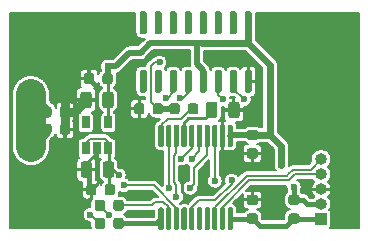
<source format=gbl>
%TF.GenerationSoftware,KiCad,Pcbnew,5.1.8-db9833491~88~ubuntu20.04.1*%
%TF.CreationDate,2021-02-21T13:37:15+01:00*%
%TF.ProjectId,RF_STICK,52465f53-5449-4434-9b2e-6b696361645f,rev?*%
%TF.SameCoordinates,PX8f0d180PY41cdb40*%
%TF.FileFunction,Copper,L2,Bot*%
%TF.FilePolarity,Positive*%
%FSLAX46Y46*%
G04 Gerber Fmt 4.6, Leading zero omitted, Abs format (unit mm)*
G04 Created by KiCad (PCBNEW 5.1.8-db9833491~88~ubuntu20.04.1) date 2021-02-21 13:37:15*
%MOMM*%
%LPD*%
G01*
G04 APERTURE LIST*
%TA.AperFunction,ComponentPad*%
%ADD10R,1.000000X1.000000*%
%TD*%
%TA.AperFunction,ComponentPad*%
%ADD11O,1.000000X1.000000*%
%TD*%
%TA.AperFunction,SMDPad,CuDef*%
%ADD12R,0.650000X1.060000*%
%TD*%
%TA.AperFunction,ComponentPad*%
%ADD13C,2.500000*%
%TD*%
%TA.AperFunction,ViaPad*%
%ADD14C,0.600000*%
%TD*%
%TA.AperFunction,Conductor*%
%ADD15C,0.254000*%
%TD*%
%TA.AperFunction,Conductor*%
%ADD16C,0.400000*%
%TD*%
%TA.AperFunction,Conductor*%
%ADD17C,0.800000*%
%TD*%
%TA.AperFunction,Conductor*%
%ADD18C,0.300000*%
%TD*%
%TA.AperFunction,Conductor*%
%ADD19C,0.200000*%
%TD*%
%TA.AperFunction,Conductor*%
%ADD20C,0.500000*%
%TD*%
%TA.AperFunction,Conductor*%
%ADD21C,0.600000*%
%TD*%
%TA.AperFunction,Conductor*%
%ADD22C,0.250000*%
%TD*%
%TA.AperFunction,Conductor*%
%ADD23C,2.500000*%
%TD*%
%TA.AperFunction,Conductor*%
%ADD24C,0.100000*%
%TD*%
G04 APERTURE END LIST*
%TO.P,R10,2*%
%TO.N,GND*%
%TA.AperFunction,SMDPad,CuDef*%
G36*
G01*
X4600000Y8513750D02*
X4600000Y9026250D01*
G75*
G02*
X4818750Y9245000I218750J0D01*
G01*
X5256250Y9245000D01*
G75*
G02*
X5475000Y9026250I0J-218750D01*
G01*
X5475000Y8513750D01*
G75*
G02*
X5256250Y8295000I-218750J0D01*
G01*
X4818750Y8295000D01*
G75*
G02*
X4600000Y8513750I0J218750D01*
G01*
G37*
%TD.AperFunction*%
%TO.P,R10,1*%
%TO.N,Net-(C8-Pad1)*%
%TA.AperFunction,SMDPad,CuDef*%
G36*
G01*
X3025000Y8513750D02*
X3025000Y9026250D01*
G75*
G02*
X3243750Y9245000I218750J0D01*
G01*
X3681250Y9245000D01*
G75*
G02*
X3900000Y9026250I0J-218750D01*
G01*
X3900000Y8513750D01*
G75*
G02*
X3681250Y8295000I-218750J0D01*
G01*
X3243750Y8295000D01*
G75*
G02*
X3025000Y8513750I0J218750D01*
G01*
G37*
%TD.AperFunction*%
%TD*%
%TO.P,C8,2*%
%TO.N,GND*%
%TA.AperFunction,SMDPad,CuDef*%
G36*
G01*
X4600000Y9973750D02*
X4600000Y10486250D01*
G75*
G02*
X4818750Y10705000I218750J0D01*
G01*
X5256250Y10705000D01*
G75*
G02*
X5475000Y10486250I0J-218750D01*
G01*
X5475000Y9973750D01*
G75*
G02*
X5256250Y9755000I-218750J0D01*
G01*
X4818750Y9755000D01*
G75*
G02*
X4600000Y9973750I0J218750D01*
G01*
G37*
%TD.AperFunction*%
%TO.P,C8,1*%
%TO.N,Net-(C8-Pad1)*%
%TA.AperFunction,SMDPad,CuDef*%
G36*
G01*
X3025000Y9973750D02*
X3025000Y10486250D01*
G75*
G02*
X3243750Y10705000I218750J0D01*
G01*
X3681250Y10705000D01*
G75*
G02*
X3900000Y10486250I0J-218750D01*
G01*
X3900000Y9973750D01*
G75*
G02*
X3681250Y9755000I-218750J0D01*
G01*
X3243750Y9755000D01*
G75*
G02*
X3025000Y9973750I0J218750D01*
G01*
G37*
%TD.AperFunction*%
%TD*%
%TO.P,U5,20*%
%TO.N,+3V3*%
%TA.AperFunction,SMDPad,CuDef*%
G36*
G01*
X19137500Y7250000D02*
X18912500Y7250000D01*
G75*
G02*
X18800000Y7362500I0J112500D01*
G01*
X18800000Y9037500D01*
G75*
G02*
X18912500Y9150000I112500J0D01*
G01*
X19137500Y9150000D01*
G75*
G02*
X19250000Y9037500I0J-112500D01*
G01*
X19250000Y7362500D01*
G75*
G02*
X19137500Y7250000I-112500J0D01*
G01*
G37*
%TD.AperFunction*%
%TO.P,U5,19*%
%TO.N,GND*%
%TA.AperFunction,SMDPad,CuDef*%
G36*
G01*
X18487500Y7250000D02*
X18262500Y7250000D01*
G75*
G02*
X18150000Y7362500I0J112500D01*
G01*
X18150000Y9037500D01*
G75*
G02*
X18262500Y9150000I112500J0D01*
G01*
X18487500Y9150000D01*
G75*
G02*
X18600000Y9037500I0J-112500D01*
G01*
X18600000Y7362500D01*
G75*
G02*
X18487500Y7250000I-112500J0D01*
G01*
G37*
%TD.AperFunction*%
%TO.P,U5,18*%
%TO.N,/RFM_NSS*%
%TA.AperFunction,SMDPad,CuDef*%
G36*
G01*
X17837500Y7250000D02*
X17612500Y7250000D01*
G75*
G02*
X17500000Y7362500I0J112500D01*
G01*
X17500000Y9037500D01*
G75*
G02*
X17612500Y9150000I112500J0D01*
G01*
X17837500Y9150000D01*
G75*
G02*
X17950000Y9037500I0J-112500D01*
G01*
X17950000Y7362500D01*
G75*
G02*
X17837500Y7250000I-112500J0D01*
G01*
G37*
%TD.AperFunction*%
%TO.P,U5,17*%
%TO.N,/MISO_SDI*%
%TA.AperFunction,SMDPad,CuDef*%
G36*
G01*
X17187500Y7250000D02*
X16962500Y7250000D01*
G75*
G02*
X16850000Y7362500I0J112500D01*
G01*
X16850000Y9037500D01*
G75*
G02*
X16962500Y9150000I112500J0D01*
G01*
X17187500Y9150000D01*
G75*
G02*
X17300000Y9037500I0J-112500D01*
G01*
X17300000Y7362500D01*
G75*
G02*
X17187500Y7250000I-112500J0D01*
G01*
G37*
%TD.AperFunction*%
%TO.P,U5,16*%
%TO.N,/PC_TX_PIC_RX*%
%TA.AperFunction,SMDPad,CuDef*%
G36*
G01*
X16537500Y7250000D02*
X16312500Y7250000D01*
G75*
G02*
X16200000Y7362500I0J112500D01*
G01*
X16200000Y9037500D01*
G75*
G02*
X16312500Y9150000I112500J0D01*
G01*
X16537500Y9150000D01*
G75*
G02*
X16650000Y9037500I0J-112500D01*
G01*
X16650000Y7362500D01*
G75*
G02*
X16537500Y7250000I-112500J0D01*
G01*
G37*
%TD.AperFunction*%
%TO.P,U5,15*%
%TO.N,/PC_RX_PIC_TX*%
%TA.AperFunction,SMDPad,CuDef*%
G36*
G01*
X15887500Y7250000D02*
X15662500Y7250000D01*
G75*
G02*
X15550000Y7362500I0J112500D01*
G01*
X15550000Y9037500D01*
G75*
G02*
X15662500Y9150000I112500J0D01*
G01*
X15887500Y9150000D01*
G75*
G02*
X16000000Y9037500I0J-112500D01*
G01*
X16000000Y7362500D01*
G75*
G02*
X15887500Y7250000I-112500J0D01*
G01*
G37*
%TD.AperFunction*%
%TO.P,U5,14*%
%TO.N,/VCAP*%
%TA.AperFunction,SMDPad,CuDef*%
G36*
G01*
X15237500Y7250000D02*
X15012500Y7250000D01*
G75*
G02*
X14900000Y7362500I0J112500D01*
G01*
X14900000Y9037500D01*
G75*
G02*
X15012500Y9150000I112500J0D01*
G01*
X15237500Y9150000D01*
G75*
G02*
X15350000Y9037500I0J-112500D01*
G01*
X15350000Y7362500D01*
G75*
G02*
X15237500Y7250000I-112500J0D01*
G01*
G37*
%TD.AperFunction*%
%TO.P,U5,13*%
%TO.N,/MOSI_SDO*%
%TA.AperFunction,SMDPad,CuDef*%
G36*
G01*
X14587500Y7250000D02*
X14362500Y7250000D01*
G75*
G02*
X14250000Y7362500I0J112500D01*
G01*
X14250000Y9037500D01*
G75*
G02*
X14362500Y9150000I112500J0D01*
G01*
X14587500Y9150000D01*
G75*
G02*
X14700000Y9037500I0J-112500D01*
G01*
X14700000Y7362500D01*
G75*
G02*
X14587500Y7250000I-112500J0D01*
G01*
G37*
%TD.AperFunction*%
%TO.P,U5,12*%
%TO.N,/SCK*%
%TA.AperFunction,SMDPad,CuDef*%
G36*
G01*
X13937500Y7250000D02*
X13712500Y7250000D01*
G75*
G02*
X13600000Y7362500I0J112500D01*
G01*
X13600000Y9037500D01*
G75*
G02*
X13712500Y9150000I112500J0D01*
G01*
X13937500Y9150000D01*
G75*
G02*
X14050000Y9037500I0J-112500D01*
G01*
X14050000Y7362500D01*
G75*
G02*
X13937500Y7250000I-112500J0D01*
G01*
G37*
%TD.AperFunction*%
%TO.P,U5,11*%
%TO.N,/OOK_DATA_PIC*%
%TA.AperFunction,SMDPad,CuDef*%
G36*
G01*
X13287500Y7250000D02*
X13062500Y7250000D01*
G75*
G02*
X12950000Y7362500I0J112500D01*
G01*
X12950000Y9037500D01*
G75*
G02*
X13062500Y9150000I112500J0D01*
G01*
X13287500Y9150000D01*
G75*
G02*
X13400000Y9037500I0J-112500D01*
G01*
X13400000Y7362500D01*
G75*
G02*
X13287500Y7250000I-112500J0D01*
G01*
G37*
%TD.AperFunction*%
%TO.P,U5,10*%
%TO.N,/LED1*%
%TA.AperFunction,SMDPad,CuDef*%
G36*
G01*
X13287500Y250000D02*
X13062500Y250000D01*
G75*
G02*
X12950000Y362500I0J112500D01*
G01*
X12950000Y2037500D01*
G75*
G02*
X13062500Y2150000I112500J0D01*
G01*
X13287500Y2150000D01*
G75*
G02*
X13400000Y2037500I0J-112500D01*
G01*
X13400000Y362500D01*
G75*
G02*
X13287500Y250000I-112500J0D01*
G01*
G37*
%TD.AperFunction*%
%TO.P,U5,9*%
%TO.N,/LED2*%
%TA.AperFunction,SMDPad,CuDef*%
G36*
G01*
X13937500Y250000D02*
X13712500Y250000D01*
G75*
G02*
X13600000Y362500I0J112500D01*
G01*
X13600000Y2037500D01*
G75*
G02*
X13712500Y2150000I112500J0D01*
G01*
X13937500Y2150000D01*
G75*
G02*
X14050000Y2037500I0J-112500D01*
G01*
X14050000Y362500D01*
G75*
G02*
X13937500Y250000I-112500J0D01*
G01*
G37*
%TD.AperFunction*%
%TO.P,U5,8*%
%TO.N,/BTN*%
%TA.AperFunction,SMDPad,CuDef*%
G36*
G01*
X14587500Y250000D02*
X14362500Y250000D01*
G75*
G02*
X14250000Y362500I0J112500D01*
G01*
X14250000Y2037500D01*
G75*
G02*
X14362500Y2150000I112500J0D01*
G01*
X14587500Y2150000D01*
G75*
G02*
X14700000Y2037500I0J-112500D01*
G01*
X14700000Y362500D01*
G75*
G02*
X14587500Y250000I-112500J0D01*
G01*
G37*
%TD.AperFunction*%
%TO.P,U5,7*%
%TO.N,N/C*%
%TA.AperFunction,SMDPad,CuDef*%
G36*
G01*
X15237500Y250000D02*
X15012500Y250000D01*
G75*
G02*
X14900000Y362500I0J112500D01*
G01*
X14900000Y2037500D01*
G75*
G02*
X15012500Y2150000I112500J0D01*
G01*
X15237500Y2150000D01*
G75*
G02*
X15350000Y2037500I0J-112500D01*
G01*
X15350000Y362500D01*
G75*
G02*
X15237500Y250000I-112500J0D01*
G01*
G37*
%TD.AperFunction*%
%TO.P,U5,6*%
%TO.N,/RFM_RESET*%
%TA.AperFunction,SMDPad,CuDef*%
G36*
G01*
X15887500Y250000D02*
X15662500Y250000D01*
G75*
G02*
X15550000Y362500I0J112500D01*
G01*
X15550000Y2037500D01*
G75*
G02*
X15662500Y2150000I112500J0D01*
G01*
X15887500Y2150000D01*
G75*
G02*
X16000000Y2037500I0J-112500D01*
G01*
X16000000Y362500D01*
G75*
G02*
X15887500Y250000I-112500J0D01*
G01*
G37*
%TD.AperFunction*%
%TO.P,U5,5*%
%TO.N,N/C*%
%TA.AperFunction,SMDPad,CuDef*%
G36*
G01*
X16537500Y250000D02*
X16312500Y250000D01*
G75*
G02*
X16200000Y362500I0J112500D01*
G01*
X16200000Y2037500D01*
G75*
G02*
X16312500Y2150000I112500J0D01*
G01*
X16537500Y2150000D01*
G75*
G02*
X16650000Y2037500I0J-112500D01*
G01*
X16650000Y362500D01*
G75*
G02*
X16537500Y250000I-112500J0D01*
G01*
G37*
%TD.AperFunction*%
%TO.P,U5,4*%
%TA.AperFunction,SMDPad,CuDef*%
G36*
G01*
X17187500Y250000D02*
X16962500Y250000D01*
G75*
G02*
X16850000Y362500I0J112500D01*
G01*
X16850000Y2037500D01*
G75*
G02*
X16962500Y2150000I112500J0D01*
G01*
X17187500Y2150000D01*
G75*
G02*
X17300000Y2037500I0J-112500D01*
G01*
X17300000Y362500D01*
G75*
G02*
X17187500Y250000I-112500J0D01*
G01*
G37*
%TD.AperFunction*%
%TO.P,U5,3*%
%TO.N,/PGEC2*%
%TA.AperFunction,SMDPad,CuDef*%
G36*
G01*
X17837500Y250000D02*
X17612500Y250000D01*
G75*
G02*
X17500000Y362500I0J112500D01*
G01*
X17500000Y2037500D01*
G75*
G02*
X17612500Y2150000I112500J0D01*
G01*
X17837500Y2150000D01*
G75*
G02*
X17950000Y2037500I0J-112500D01*
G01*
X17950000Y362500D01*
G75*
G02*
X17837500Y250000I-112500J0D01*
G01*
G37*
%TD.AperFunction*%
%TO.P,U5,2*%
%TO.N,/PGED2*%
%TA.AperFunction,SMDPad,CuDef*%
G36*
G01*
X18487500Y250000D02*
X18262500Y250000D01*
G75*
G02*
X18150000Y362500I0J112500D01*
G01*
X18150000Y2037500D01*
G75*
G02*
X18262500Y2150000I112500J0D01*
G01*
X18487500Y2150000D01*
G75*
G02*
X18600000Y2037500I0J-112500D01*
G01*
X18600000Y362500D01*
G75*
G02*
X18487500Y250000I-112500J0D01*
G01*
G37*
%TD.AperFunction*%
%TO.P,U5,1*%
%TO.N,/~MCLR~*%
%TA.AperFunction,SMDPad,CuDef*%
G36*
G01*
X19137500Y250000D02*
X18912500Y250000D01*
G75*
G02*
X18800000Y362500I0J112500D01*
G01*
X18800000Y2037500D01*
G75*
G02*
X18912500Y2150000I112500J0D01*
G01*
X19137500Y2150000D01*
G75*
G02*
X19250000Y2037500I0J-112500D01*
G01*
X19250000Y362500D01*
G75*
G02*
X19137500Y250000I-112500J0D01*
G01*
G37*
%TD.AperFunction*%
%TD*%
%TO.P,R4,2*%
%TO.N,/~MCLR~*%
%TA.AperFunction,SMDPad,CuDef*%
G36*
G01*
X24168750Y1650000D02*
X24681250Y1650000D01*
G75*
G02*
X24900000Y1431250I0J-218750D01*
G01*
X24900000Y993750D01*
G75*
G02*
X24681250Y775000I-218750J0D01*
G01*
X24168750Y775000D01*
G75*
G02*
X23950000Y993750I0J218750D01*
G01*
X23950000Y1431250D01*
G75*
G02*
X24168750Y1650000I218750J0D01*
G01*
G37*
%TD.AperFunction*%
%TO.P,R4,1*%
%TO.N,+3V3*%
%TA.AperFunction,SMDPad,CuDef*%
G36*
G01*
X24168750Y3225000D02*
X24681250Y3225000D01*
G75*
G02*
X24900000Y3006250I0J-218750D01*
G01*
X24900000Y2568750D01*
G75*
G02*
X24681250Y2350000I-218750J0D01*
G01*
X24168750Y2350000D01*
G75*
G02*
X23950000Y2568750I0J218750D01*
G01*
X23950000Y3006250D01*
G75*
G02*
X24168750Y3225000I218750J0D01*
G01*
G37*
%TD.AperFunction*%
%TD*%
D10*
%TO.P,J2,1*%
%TO.N,/~MCLR~*%
X26725000Y1150000D03*
D11*
%TO.P,J2,2*%
%TO.N,+3V3*%
X26725000Y2420000D03*
%TO.P,J2,3*%
%TO.N,GND*%
X26725000Y3690000D03*
%TO.P,J2,4*%
%TO.N,/PGED2*%
X26725000Y4960000D03*
%TO.P,J2,5*%
%TO.N,/PGEC2*%
X26725000Y6230000D03*
%TD*%
D12*
%TO.P,U4,5*%
%TO.N,+3V3*%
X8700000Y9350000D03*
%TO.P,U4,4*%
%TO.N,N/C*%
X6800000Y9350000D03*
%TO.P,U4,3*%
%TO.N,+5V*%
X6800000Y7150000D03*
%TO.P,U4,2*%
%TO.N,GND*%
X7750000Y7150000D03*
%TO.P,U4,1*%
%TO.N,+5V*%
X8700000Y7150000D03*
%TD*%
%TO.P,R9,2*%
%TO.N,GND*%
%TA.AperFunction,SMDPad,CuDef*%
G36*
G01*
X11762500Y10756250D02*
X11762500Y10243750D01*
G75*
G02*
X11543750Y10025000I-218750J0D01*
G01*
X11106250Y10025000D01*
G75*
G02*
X10887500Y10243750I0J218750D01*
G01*
X10887500Y10756250D01*
G75*
G02*
X11106250Y10975000I218750J0D01*
G01*
X11543750Y10975000D01*
G75*
G02*
X11762500Y10756250I0J-218750D01*
G01*
G37*
%TD.AperFunction*%
%TO.P,R9,1*%
%TO.N,/OOK_DATA*%
%TA.AperFunction,SMDPad,CuDef*%
G36*
G01*
X13337500Y10756250D02*
X13337500Y10243750D01*
G75*
G02*
X13118750Y10025000I-218750J0D01*
G01*
X12681250Y10025000D01*
G75*
G02*
X12462500Y10243750I0J218750D01*
G01*
X12462500Y10756250D01*
G75*
G02*
X12681250Y10975000I218750J0D01*
G01*
X13118750Y10975000D01*
G75*
G02*
X13337500Y10756250I0J-218750D01*
G01*
G37*
%TD.AperFunction*%
%TD*%
%TO.P,R8,1*%
%TO.N,/OOK_DATA_PIC*%
%TA.AperFunction,SMDPad,CuDef*%
G36*
G01*
X16325000Y10756250D02*
X16325000Y10243750D01*
G75*
G02*
X16106250Y10025000I-218750J0D01*
G01*
X15668750Y10025000D01*
G75*
G02*
X15450000Y10243750I0J218750D01*
G01*
X15450000Y10756250D01*
G75*
G02*
X15668750Y10975000I218750J0D01*
G01*
X16106250Y10975000D01*
G75*
G02*
X16325000Y10756250I0J-218750D01*
G01*
G37*
%TD.AperFunction*%
%TO.P,R8,2*%
%TO.N,/OOK_DATA*%
%TA.AperFunction,SMDPad,CuDef*%
G36*
G01*
X14750000Y10756250D02*
X14750000Y10243750D01*
G75*
G02*
X14531250Y10025000I-218750J0D01*
G01*
X14093750Y10025000D01*
G75*
G02*
X13875000Y10243750I0J218750D01*
G01*
X13875000Y10756250D01*
G75*
G02*
X14093750Y10975000I218750J0D01*
G01*
X14531250Y10975000D01*
G75*
G02*
X14750000Y10756250I0J-218750D01*
G01*
G37*
%TD.AperFunction*%
%TD*%
%TO.P,R7,1*%
%TO.N,Net-(D3-Pad2)*%
%TA.AperFunction,SMDPad,CuDef*%
G36*
G01*
X7550000Y2068750D02*
X7550000Y2581250D01*
G75*
G02*
X7768750Y2800000I218750J0D01*
G01*
X8206250Y2800000D01*
G75*
G02*
X8425000Y2581250I0J-218750D01*
G01*
X8425000Y2068750D01*
G75*
G02*
X8206250Y1850000I-218750J0D01*
G01*
X7768750Y1850000D01*
G75*
G02*
X7550000Y2068750I0J218750D01*
G01*
G37*
%TD.AperFunction*%
%TO.P,R7,2*%
%TO.N,/LED2*%
%TA.AperFunction,SMDPad,CuDef*%
G36*
G01*
X9125000Y2068750D02*
X9125000Y2581250D01*
G75*
G02*
X9343750Y2800000I218750J0D01*
G01*
X9781250Y2800000D01*
G75*
G02*
X10000000Y2581250I0J-218750D01*
G01*
X10000000Y2068750D01*
G75*
G02*
X9781250Y1850000I-218750J0D01*
G01*
X9343750Y1850000D01*
G75*
G02*
X9125000Y2068750I0J218750D01*
G01*
G37*
%TD.AperFunction*%
%TD*%
%TO.P,R6,1*%
%TO.N,Net-(D2-Pad2)*%
%TA.AperFunction,SMDPad,CuDef*%
G36*
G01*
X7550000Y543750D02*
X7550000Y1056250D01*
G75*
G02*
X7768750Y1275000I218750J0D01*
G01*
X8206250Y1275000D01*
G75*
G02*
X8425000Y1056250I0J-218750D01*
G01*
X8425000Y543750D01*
G75*
G02*
X8206250Y325000I-218750J0D01*
G01*
X7768750Y325000D01*
G75*
G02*
X7550000Y543750I0J218750D01*
G01*
G37*
%TD.AperFunction*%
%TO.P,R6,2*%
%TO.N,/LED1*%
%TA.AperFunction,SMDPad,CuDef*%
G36*
G01*
X9125000Y543750D02*
X9125000Y1056250D01*
G75*
G02*
X9343750Y1275000I218750J0D01*
G01*
X9781250Y1275000D01*
G75*
G02*
X10000000Y1056250I0J-218750D01*
G01*
X10000000Y543750D01*
G75*
G02*
X9781250Y325000I-218750J0D01*
G01*
X9343750Y325000D01*
G75*
G02*
X9125000Y543750I0J218750D01*
G01*
G37*
%TD.AperFunction*%
%TD*%
%TO.P,C9,2*%
%TO.N,GND*%
%TA.AperFunction,SMDPad,CuDef*%
G36*
G01*
X20643750Y7150000D02*
X21156250Y7150000D01*
G75*
G02*
X21375000Y6931250I0J-218750D01*
G01*
X21375000Y6493750D01*
G75*
G02*
X21156250Y6275000I-218750J0D01*
G01*
X20643750Y6275000D01*
G75*
G02*
X20425000Y6493750I0J218750D01*
G01*
X20425000Y6931250D01*
G75*
G02*
X20643750Y7150000I218750J0D01*
G01*
G37*
%TD.AperFunction*%
%TO.P,C9,1*%
%TO.N,+3V3*%
%TA.AperFunction,SMDPad,CuDef*%
G36*
G01*
X20643750Y8725000D02*
X21156250Y8725000D01*
G75*
G02*
X21375000Y8506250I0J-218750D01*
G01*
X21375000Y8068750D01*
G75*
G02*
X21156250Y7850000I-218750J0D01*
G01*
X20643750Y7850000D01*
G75*
G02*
X20425000Y8068750I0J218750D01*
G01*
X20425000Y8506250D01*
G75*
G02*
X20643750Y8725000I218750J0D01*
G01*
G37*
%TD.AperFunction*%
%TD*%
%TO.P,C7,2*%
%TO.N,GND*%
%TA.AperFunction,SMDPad,CuDef*%
G36*
G01*
X7512500Y13306250D02*
X7512500Y12793750D01*
G75*
G02*
X7293750Y12575000I-218750J0D01*
G01*
X6856250Y12575000D01*
G75*
G02*
X6637500Y12793750I0J218750D01*
G01*
X6637500Y13306250D01*
G75*
G02*
X6856250Y13525000I218750J0D01*
G01*
X7293750Y13525000D01*
G75*
G02*
X7512500Y13306250I0J-218750D01*
G01*
G37*
%TD.AperFunction*%
%TO.P,C7,1*%
%TO.N,+3V3*%
%TA.AperFunction,SMDPad,CuDef*%
G36*
G01*
X9087500Y13306250D02*
X9087500Y12793750D01*
G75*
G02*
X8868750Y12575000I-218750J0D01*
G01*
X8431250Y12575000D01*
G75*
G02*
X8212500Y12793750I0J218750D01*
G01*
X8212500Y13306250D01*
G75*
G02*
X8431250Y13525000I218750J0D01*
G01*
X8868750Y13525000D01*
G75*
G02*
X9087500Y13306250I0J-218750D01*
G01*
G37*
%TD.AperFunction*%
%TD*%
%TO.P,C6,1*%
%TO.N,/VCAP*%
%TA.AperFunction,SMDPad,CuDef*%
G36*
G01*
X16975000Y9943750D02*
X16975000Y10856250D01*
G75*
G02*
X17218750Y11100000I243750J0D01*
G01*
X17706250Y11100000D01*
G75*
G02*
X17950000Y10856250I0J-243750D01*
G01*
X17950000Y9943750D01*
G75*
G02*
X17706250Y9700000I-243750J0D01*
G01*
X17218750Y9700000D01*
G75*
G02*
X16975000Y9943750I0J243750D01*
G01*
G37*
%TD.AperFunction*%
%TO.P,C6,2*%
%TO.N,GND*%
%TA.AperFunction,SMDPad,CuDef*%
G36*
G01*
X18850000Y9943750D02*
X18850000Y10856250D01*
G75*
G02*
X19093750Y11100000I243750J0D01*
G01*
X19581250Y11100000D01*
G75*
G02*
X19825000Y10856250I0J-243750D01*
G01*
X19825000Y9943750D01*
G75*
G02*
X19581250Y9700000I-243750J0D01*
G01*
X19093750Y9700000D01*
G75*
G02*
X18850000Y9943750I0J243750D01*
G01*
G37*
%TD.AperFunction*%
%TD*%
%TO.P,C5,2*%
%TO.N,GND*%
%TA.AperFunction,SMDPad,CuDef*%
G36*
G01*
X21156250Y2350000D02*
X20643750Y2350000D01*
G75*
G02*
X20425000Y2568750I0J218750D01*
G01*
X20425000Y3006250D01*
G75*
G02*
X20643750Y3225000I218750J0D01*
G01*
X21156250Y3225000D01*
G75*
G02*
X21375000Y3006250I0J-218750D01*
G01*
X21375000Y2568750D01*
G75*
G02*
X21156250Y2350000I-218750J0D01*
G01*
G37*
%TD.AperFunction*%
%TO.P,C5,1*%
%TO.N,/~MCLR~*%
%TA.AperFunction,SMDPad,CuDef*%
G36*
G01*
X21156250Y775000D02*
X20643750Y775000D01*
G75*
G02*
X20425000Y993750I0J218750D01*
G01*
X20425000Y1431250D01*
G75*
G02*
X20643750Y1650000I218750J0D01*
G01*
X21156250Y1650000D01*
G75*
G02*
X21375000Y1431250I0J-218750D01*
G01*
X21375000Y993750D01*
G75*
G02*
X21156250Y775000I-218750J0D01*
G01*
G37*
%TD.AperFunction*%
%TD*%
%TO.P,C4,2*%
%TO.N,GND*%
%TA.AperFunction,SMDPad,CuDef*%
G36*
G01*
X7300000Y11706250D02*
X7300000Y10793750D01*
G75*
G02*
X7056250Y10550000I-243750J0D01*
G01*
X6568750Y10550000D01*
G75*
G02*
X6325000Y10793750I0J243750D01*
G01*
X6325000Y11706250D01*
G75*
G02*
X6568750Y11950000I243750J0D01*
G01*
X7056250Y11950000D01*
G75*
G02*
X7300000Y11706250I0J-243750D01*
G01*
G37*
%TD.AperFunction*%
%TO.P,C4,1*%
%TO.N,+3V3*%
%TA.AperFunction,SMDPad,CuDef*%
G36*
G01*
X9175000Y11706250D02*
X9175000Y10793750D01*
G75*
G02*
X8931250Y10550000I-243750J0D01*
G01*
X8443750Y10550000D01*
G75*
G02*
X8200000Y10793750I0J243750D01*
G01*
X8200000Y11706250D01*
G75*
G02*
X8443750Y11950000I243750J0D01*
G01*
X8931250Y11950000D01*
G75*
G02*
X9175000Y11706250I0J-243750D01*
G01*
G37*
%TD.AperFunction*%
%TD*%
%TO.P,C3,2*%
%TO.N,GND*%
%TA.AperFunction,SMDPad,CuDef*%
G36*
G01*
X7700000Y3906250D02*
X7700000Y3393750D01*
G75*
G02*
X7481250Y3175000I-218750J0D01*
G01*
X7043750Y3175000D01*
G75*
G02*
X6825000Y3393750I0J218750D01*
G01*
X6825000Y3906250D01*
G75*
G02*
X7043750Y4125000I218750J0D01*
G01*
X7481250Y4125000D01*
G75*
G02*
X7700000Y3906250I0J-218750D01*
G01*
G37*
%TD.AperFunction*%
%TO.P,C3,1*%
%TO.N,+5V*%
%TA.AperFunction,SMDPad,CuDef*%
G36*
G01*
X9275000Y3906250D02*
X9275000Y3393750D01*
G75*
G02*
X9056250Y3175000I-218750J0D01*
G01*
X8618750Y3175000D01*
G75*
G02*
X8400000Y3393750I0J218750D01*
G01*
X8400000Y3906250D01*
G75*
G02*
X8618750Y4125000I218750J0D01*
G01*
X9056250Y4125000D01*
G75*
G02*
X9275000Y3906250I0J-218750D01*
G01*
G37*
%TD.AperFunction*%
%TD*%
%TO.P,C2,2*%
%TO.N,GND*%
%TA.AperFunction,SMDPad,CuDef*%
G36*
G01*
X7337500Y5806250D02*
X7337500Y4893750D01*
G75*
G02*
X7093750Y4650000I-243750J0D01*
G01*
X6606250Y4650000D01*
G75*
G02*
X6362500Y4893750I0J243750D01*
G01*
X6362500Y5806250D01*
G75*
G02*
X6606250Y6050000I243750J0D01*
G01*
X7093750Y6050000D01*
G75*
G02*
X7337500Y5806250I0J-243750D01*
G01*
G37*
%TD.AperFunction*%
%TO.P,C2,1*%
%TO.N,+5V*%
%TA.AperFunction,SMDPad,CuDef*%
G36*
G01*
X9212500Y5806250D02*
X9212500Y4893750D01*
G75*
G02*
X8968750Y4650000I-243750J0D01*
G01*
X8481250Y4650000D01*
G75*
G02*
X8237500Y4893750I0J243750D01*
G01*
X8237500Y5806250D01*
G75*
G02*
X8481250Y6050000I243750J0D01*
G01*
X8968750Y6050000D01*
G75*
G02*
X9212500Y5806250I0J-243750D01*
G01*
G37*
%TD.AperFunction*%
%TD*%
%TO.P,U1,16*%
%TO.N,+3V3*%
%TA.AperFunction,SMDPad,CuDef*%
G36*
G01*
X20695000Y16800000D02*
X20395000Y16800000D01*
G75*
G02*
X20245000Y16950000I0J150000D01*
G01*
X20245000Y18600000D01*
G75*
G02*
X20395000Y18750000I150000J0D01*
G01*
X20695000Y18750000D01*
G75*
G02*
X20845000Y18600000I0J-150000D01*
G01*
X20845000Y16950000D01*
G75*
G02*
X20695000Y16800000I-150000J0D01*
G01*
G37*
%TD.AperFunction*%
%TO.P,U1,15*%
%TO.N,N/C*%
%TA.AperFunction,SMDPad,CuDef*%
G36*
G01*
X19425000Y16800000D02*
X19125000Y16800000D01*
G75*
G02*
X18975000Y16950000I0J150000D01*
G01*
X18975000Y18600000D01*
G75*
G02*
X19125000Y18750000I150000J0D01*
G01*
X19425000Y18750000D01*
G75*
G02*
X19575000Y18600000I0J-150000D01*
G01*
X19575000Y16950000D01*
G75*
G02*
X19425000Y16800000I-150000J0D01*
G01*
G37*
%TD.AperFunction*%
%TO.P,U1,14*%
%TA.AperFunction,SMDPad,CuDef*%
G36*
G01*
X18155000Y16800000D02*
X17855000Y16800000D01*
G75*
G02*
X17705000Y16950000I0J150000D01*
G01*
X17705000Y18600000D01*
G75*
G02*
X17855000Y18750000I150000J0D01*
G01*
X18155000Y18750000D01*
G75*
G02*
X18305000Y18600000I0J-150000D01*
G01*
X18305000Y16950000D01*
G75*
G02*
X18155000Y16800000I-150000J0D01*
G01*
G37*
%TD.AperFunction*%
%TO.P,U1,13*%
%TA.AperFunction,SMDPad,CuDef*%
G36*
G01*
X16885000Y16800000D02*
X16585000Y16800000D01*
G75*
G02*
X16435000Y16950000I0J150000D01*
G01*
X16435000Y18600000D01*
G75*
G02*
X16585000Y18750000I150000J0D01*
G01*
X16885000Y18750000D01*
G75*
G02*
X17035000Y18600000I0J-150000D01*
G01*
X17035000Y16950000D01*
G75*
G02*
X16885000Y16800000I-150000J0D01*
G01*
G37*
%TD.AperFunction*%
%TO.P,U1,12*%
%TA.AperFunction,SMDPad,CuDef*%
G36*
G01*
X15615000Y16800000D02*
X15315000Y16800000D01*
G75*
G02*
X15165000Y16950000I0J150000D01*
G01*
X15165000Y18600000D01*
G75*
G02*
X15315000Y18750000I150000J0D01*
G01*
X15615000Y18750000D01*
G75*
G02*
X15765000Y18600000I0J-150000D01*
G01*
X15765000Y16950000D01*
G75*
G02*
X15615000Y16800000I-150000J0D01*
G01*
G37*
%TD.AperFunction*%
%TO.P,U1,11*%
%TA.AperFunction,SMDPad,CuDef*%
G36*
G01*
X14345000Y16800000D02*
X14045000Y16800000D01*
G75*
G02*
X13895000Y16950000I0J150000D01*
G01*
X13895000Y18600000D01*
G75*
G02*
X14045000Y18750000I150000J0D01*
G01*
X14345000Y18750000D01*
G75*
G02*
X14495000Y18600000I0J-150000D01*
G01*
X14495000Y16950000D01*
G75*
G02*
X14345000Y16800000I-150000J0D01*
G01*
G37*
%TD.AperFunction*%
%TO.P,U1,10*%
%TA.AperFunction,SMDPad,CuDef*%
G36*
G01*
X13075000Y16800000D02*
X12775000Y16800000D01*
G75*
G02*
X12625000Y16950000I0J150000D01*
G01*
X12625000Y18600000D01*
G75*
G02*
X12775000Y18750000I150000J0D01*
G01*
X13075000Y18750000D01*
G75*
G02*
X13225000Y18600000I0J-150000D01*
G01*
X13225000Y16950000D01*
G75*
G02*
X13075000Y16800000I-150000J0D01*
G01*
G37*
%TD.AperFunction*%
%TO.P,U1,9*%
%TA.AperFunction,SMDPad,CuDef*%
G36*
G01*
X11805000Y16800000D02*
X11505000Y16800000D01*
G75*
G02*
X11355000Y16950000I0J150000D01*
G01*
X11355000Y18600000D01*
G75*
G02*
X11505000Y18750000I150000J0D01*
G01*
X11805000Y18750000D01*
G75*
G02*
X11955000Y18600000I0J-150000D01*
G01*
X11955000Y16950000D01*
G75*
G02*
X11805000Y16800000I-150000J0D01*
G01*
G37*
%TD.AperFunction*%
%TO.P,U1,8*%
%TA.AperFunction,SMDPad,CuDef*%
G36*
G01*
X11805000Y11850000D02*
X11505000Y11850000D01*
G75*
G02*
X11355000Y12000000I0J150000D01*
G01*
X11355000Y13650000D01*
G75*
G02*
X11505000Y13800000I150000J0D01*
G01*
X11805000Y13800000D01*
G75*
G02*
X11955000Y13650000I0J-150000D01*
G01*
X11955000Y12000000D01*
G75*
G02*
X11805000Y11850000I-150000J0D01*
G01*
G37*
%TD.AperFunction*%
%TO.P,U1,7*%
%TA.AperFunction,SMDPad,CuDef*%
G36*
G01*
X13075000Y11850000D02*
X12775000Y11850000D01*
G75*
G02*
X12625000Y12000000I0J150000D01*
G01*
X12625000Y13650000D01*
G75*
G02*
X12775000Y13800000I150000J0D01*
G01*
X13075000Y13800000D01*
G75*
G02*
X13225000Y13650000I0J-150000D01*
G01*
X13225000Y12000000D01*
G75*
G02*
X13075000Y11850000I-150000J0D01*
G01*
G37*
%TD.AperFunction*%
%TO.P,U1,6*%
%TO.N,/DM*%
%TA.AperFunction,SMDPad,CuDef*%
G36*
G01*
X14345000Y11850000D02*
X14045000Y11850000D01*
G75*
G02*
X13895000Y12000000I0J150000D01*
G01*
X13895000Y13650000D01*
G75*
G02*
X14045000Y13800000I150000J0D01*
G01*
X14345000Y13800000D01*
G75*
G02*
X14495000Y13650000I0J-150000D01*
G01*
X14495000Y12000000D01*
G75*
G02*
X14345000Y11850000I-150000J0D01*
G01*
G37*
%TD.AperFunction*%
%TO.P,U1,5*%
%TO.N,/DP*%
%TA.AperFunction,SMDPad,CuDef*%
G36*
G01*
X15615000Y11850000D02*
X15315000Y11850000D01*
G75*
G02*
X15165000Y12000000I0J150000D01*
G01*
X15165000Y13650000D01*
G75*
G02*
X15315000Y13800000I150000J0D01*
G01*
X15615000Y13800000D01*
G75*
G02*
X15765000Y13650000I0J-150000D01*
G01*
X15765000Y12000000D01*
G75*
G02*
X15615000Y11850000I-150000J0D01*
G01*
G37*
%TD.AperFunction*%
%TO.P,U1,4*%
%TO.N,+3V3*%
%TA.AperFunction,SMDPad,CuDef*%
G36*
G01*
X16885000Y11850000D02*
X16585000Y11850000D01*
G75*
G02*
X16435000Y12000000I0J150000D01*
G01*
X16435000Y13650000D01*
G75*
G02*
X16585000Y13800000I150000J0D01*
G01*
X16885000Y13800000D01*
G75*
G02*
X17035000Y13650000I0J-150000D01*
G01*
X17035000Y12000000D01*
G75*
G02*
X16885000Y11850000I-150000J0D01*
G01*
G37*
%TD.AperFunction*%
%TO.P,U1,3*%
%TO.N,/PC_RX_PIC_TX*%
%TA.AperFunction,SMDPad,CuDef*%
G36*
G01*
X18155000Y11850000D02*
X17855000Y11850000D01*
G75*
G02*
X17705000Y12000000I0J150000D01*
G01*
X17705000Y13650000D01*
G75*
G02*
X17855000Y13800000I150000J0D01*
G01*
X18155000Y13800000D01*
G75*
G02*
X18305000Y13650000I0J-150000D01*
G01*
X18305000Y12000000D01*
G75*
G02*
X18155000Y11850000I-150000J0D01*
G01*
G37*
%TD.AperFunction*%
%TO.P,U1,2*%
%TO.N,/PC_TX_PIC_RX*%
%TA.AperFunction,SMDPad,CuDef*%
G36*
G01*
X19425000Y11850000D02*
X19125000Y11850000D01*
G75*
G02*
X18975000Y12000000I0J150000D01*
G01*
X18975000Y13650000D01*
G75*
G02*
X19125000Y13800000I150000J0D01*
G01*
X19425000Y13800000D01*
G75*
G02*
X19575000Y13650000I0J-150000D01*
G01*
X19575000Y12000000D01*
G75*
G02*
X19425000Y11850000I-150000J0D01*
G01*
G37*
%TD.AperFunction*%
%TO.P,U1,1*%
%TO.N,GND*%
%TA.AperFunction,SMDPad,CuDef*%
G36*
G01*
X20695000Y11850000D02*
X20395000Y11850000D01*
G75*
G02*
X20245000Y12000000I0J150000D01*
G01*
X20245000Y13650000D01*
G75*
G02*
X20395000Y13800000I150000J0D01*
G01*
X20695000Y13800000D01*
G75*
G02*
X20845000Y13650000I0J-150000D01*
G01*
X20845000Y12000000D01*
G75*
G02*
X20695000Y11850000I-150000J0D01*
G01*
G37*
%TD.AperFunction*%
%TD*%
D13*
%TO.P,J1,5*%
%TO.N,Net-(C8-Pad1)*%
X2150000Y7250000D03*
X2150000Y11750000D03*
%TD*%
D14*
%TO.N,GND*%
X29500000Y800000D03*
X29500000Y8200000D03*
X29500000Y4500000D03*
X29500000Y2650000D03*
X29500000Y6350000D03*
X29500000Y10800000D03*
X29500000Y15350000D03*
X29500000Y13050000D03*
X29500000Y14250000D03*
X29500000Y11900000D03*
X29500000Y7250000D03*
X29500000Y5450000D03*
X29500000Y3600000D03*
X29500000Y1700000D03*
X28150000Y17000000D03*
X27250000Y17000000D03*
X27700000Y17550000D03*
X27350000Y18200000D03*
X28050000Y18200000D03*
X25300000Y17250000D03*
X23150000Y15800000D03*
X22200000Y15800000D03*
X10550000Y11550000D03*
X21450000Y12850000D03*
X20300000Y14575000D03*
X17100000Y14950000D03*
X25125000Y14300000D03*
X25125000Y13450000D03*
X23475000Y14900000D03*
X24125000Y14375000D03*
X26250000Y12750000D03*
X26725000Y11675000D03*
X26225000Y10625000D03*
X25125000Y9975000D03*
X25125000Y8950000D03*
X26225000Y8300000D03*
X20550000Y10075000D03*
X10525000Y3200000D03*
X12075000Y3175000D03*
X11175000Y16125000D03*
X9075000Y18350000D03*
X24510000Y6100000D03*
X9725000Y6350000D03*
X9675000Y7225000D03*
X9550000Y8325000D03*
X9050000Y15325000D03*
X15075000Y14800000D03*
X5250000Y3825000D03*
X5250000Y4600000D03*
X10750000Y4800000D03*
X12350000Y4775000D03*
X22175000Y3175000D03*
X20925000Y3775000D03*
X18475000Y6450000D03*
X18475000Y5100000D03*
X17050000Y5580000D03*
X16780000Y4650000D03*
X16710000Y3450000D03*
X13100000Y6550000D03*
X12200000Y8025000D03*
X19700000Y6300000D03*
X20950000Y5600000D03*
X22150000Y6650000D03*
X23375000Y8750000D03*
X23375000Y3675000D03*
X11125000Y1625000D03*
X7825000Y12275000D03*
X5330000Y11770000D03*
X6025000Y13575000D03*
X3075000Y13300000D03*
X10650000Y14175000D03*
X12600000Y15175000D03*
X15150000Y5190000D03*
X580000Y580000D03*
X5380000Y580000D03*
X3980000Y11770000D03*
X4660000Y11770000D03*
X5970000Y12480000D03*
X4500000Y14240000D03*
X900000Y5500000D03*
X3000000Y5500000D03*
X1900000Y5400000D03*
X27800000Y8300000D03*
%TO.N,+5V*%
X9600000Y4875000D03*
%TO.N,+3V3*%
X24430000Y3880000D03*
X8650000Y14100000D03*
X16200000Y16049996D03*
X23350000Y5750000D03*
%TO.N,/DM*%
X13550000Y11450000D03*
%TO.N,/DP*%
X14750000Y11450000D03*
%TO.N,/OOK_DATA*%
X13050000Y14425000D03*
%TO.N,/BTN*%
X10000000Y4025000D03*
%TO.N,/PC_RX_PIC_TX*%
X14900000Y6275000D03*
X18400000Y11300000D03*
%TO.N,/PC_TX_PIC_RX*%
X15794671Y6277180D03*
X20199998Y11300000D03*
%TO.N,/RFM_RESET*%
X19160000Y4440000D03*
%TO.N,/RFM_NSS*%
X17720000Y4400000D03*
%TO.N,/SCK*%
X13875000Y3775000D03*
%TO.N,/MOSI_SDO*%
X14475000Y3025000D03*
%TO.N,/MISO_SDI*%
X15650000Y3800000D03*
%TO.N,Net-(D2-Pad2)*%
X7175000Y1550000D03*
%TO.N,Net-(D3-Pad2)*%
X8775000Y1550000D03*
%TD*%
D15*
%TO.N,GND*%
X6850000Y5875000D02*
X6850000Y5350000D01*
X7750000Y6775000D02*
X6850000Y5875000D01*
X7750000Y7150000D02*
X7750000Y6775000D01*
D16*
X7075000Y13050000D02*
X7750000Y12375000D01*
X7750000Y12375000D02*
X7750000Y12000000D01*
X7100000Y5100000D02*
X6850000Y5350000D01*
X7100000Y3812500D02*
X7100000Y5100000D01*
X7262500Y3650000D02*
X7100000Y3812500D01*
D15*
X7262500Y3650000D02*
X7262500Y2962500D01*
X7262500Y2962500D02*
X6950000Y2650000D01*
X7262500Y3650000D02*
X7825000Y4212500D01*
X7825000Y4212500D02*
X7825000Y4600000D01*
D17*
X5037500Y8770000D02*
X5037500Y10230000D01*
X5037500Y11392500D02*
X4660000Y11770000D01*
X5037500Y10230000D02*
X5037500Y11392500D01*
X5792500Y10230000D02*
X6812500Y11250000D01*
X5037500Y10230000D02*
X5792500Y10230000D01*
D18*
%TO.N,+5V*%
X8600000Y5400000D02*
X8600000Y4850000D01*
D19*
X7184999Y7980001D02*
X8419999Y7980001D01*
X6800000Y7595002D02*
X7184999Y7980001D01*
X6800000Y7150000D02*
X6800000Y7595002D01*
X8700000Y7700000D02*
X8700000Y7150000D01*
X8419999Y7980001D02*
X8700000Y7700000D01*
D15*
X8725000Y7125000D02*
X8700000Y7150000D01*
X8725000Y5350000D02*
X8725000Y7125000D01*
X8725000Y3762500D02*
X8837500Y3650000D01*
X8725000Y5350000D02*
X8725000Y3762500D01*
X9125000Y5350000D02*
X9600000Y4875000D01*
X8725000Y5350000D02*
X9125000Y5350000D01*
D19*
%TO.N,+3V3*%
X19000000Y8275000D02*
X19025000Y8300000D01*
D15*
X8700000Y11237500D02*
X8687500Y11250000D01*
X8700000Y9350000D02*
X8700000Y11237500D01*
X8687500Y13012500D02*
X8650000Y13050000D01*
X8687500Y11250000D02*
X8687500Y13012500D01*
D20*
X8650000Y14100000D02*
X8650000Y13050000D01*
X16624264Y16049996D02*
X16200000Y16049996D01*
X16735000Y12825000D02*
X16735000Y13800000D01*
X16735000Y13800000D02*
X16200000Y14335000D01*
X16200000Y14335000D02*
X16200000Y16049996D01*
D16*
X20812500Y8200000D02*
X20900000Y8287500D01*
X24425000Y3875000D02*
X24430000Y3880000D01*
X24425000Y2787500D02*
X24425000Y3875000D01*
X25202500Y2787500D02*
X25570000Y2420000D01*
X24425000Y2787500D02*
X25202500Y2787500D01*
X26725000Y2420000D02*
X25570000Y2420000D01*
D21*
X22400000Y8287500D02*
X20900000Y8287500D01*
X23350000Y7337500D02*
X23350000Y5750000D01*
X22400000Y8287500D02*
X23350000Y7337500D01*
D20*
X12274996Y16049996D02*
X16200000Y16049996D01*
X11487500Y15262500D02*
X12274996Y16049996D01*
X10487500Y15262500D02*
X11487500Y15262500D01*
X9325000Y14100000D02*
X10487500Y15262500D01*
X8650000Y14100000D02*
X9325000Y14100000D01*
D21*
X22400000Y14200000D02*
X22400000Y8287500D01*
X20545000Y16055000D02*
X22400000Y14200000D01*
X20545000Y17775000D02*
X20545000Y16055000D01*
X20539996Y16049996D02*
X20545000Y16055000D01*
X16624264Y16049996D02*
X20539996Y16049996D01*
D20*
X19137510Y8287500D02*
X19050010Y8200000D01*
X20900000Y8287500D02*
X19137510Y8287500D01*
D19*
%TO.N,/~MCLR~*%
X24442500Y920000D02*
X24430000Y932500D01*
D16*
X20887500Y1200000D02*
X20900000Y1212500D01*
X19025000Y1200000D02*
X20887500Y1200000D01*
X23787500Y575000D02*
X24425000Y1212500D01*
X21537500Y575000D02*
X23787500Y575000D01*
X20900000Y1212500D02*
X21537500Y575000D01*
X24487500Y1150000D02*
X24425000Y1212500D01*
X26725000Y1150000D02*
X24487500Y1150000D01*
D22*
%TO.N,/VCAP*%
X17462500Y10262500D02*
X17462500Y10500000D01*
X15489988Y9699990D02*
X16899990Y9699990D01*
X16899990Y9699990D02*
X17462500Y10262500D01*
X15125000Y9335002D02*
X15489988Y9699990D01*
X15125000Y8300000D02*
X15125000Y9335002D01*
D16*
%TO.N,/LED1*%
X12775000Y800000D02*
X13175000Y1200000D01*
X9837500Y800000D02*
X12775000Y800000D01*
D19*
%TO.N,/LED2*%
X13825000Y2150000D02*
X13825000Y1200000D01*
X13375000Y2600000D02*
X13825000Y2150000D01*
X12675000Y2600000D02*
X13375000Y2600000D01*
X12400000Y2325000D02*
X12675000Y2600000D01*
X9562500Y2325000D02*
X12400000Y2325000D01*
%TO.N,/DM*%
X14195000Y11895000D02*
X13750000Y11450000D01*
X13750000Y11450000D02*
X13550000Y11450000D01*
X14195000Y12825000D02*
X14195000Y11895000D01*
%TO.N,/DP*%
X15465000Y11865000D02*
X15465000Y12825000D01*
X15050000Y11450000D02*
X15465000Y11865000D01*
X14750000Y11450000D02*
X15050000Y11450000D01*
D20*
%TO.N,/OOK_DATA*%
X14312500Y10500000D02*
X12900000Y10500000D01*
D19*
X12900000Y10500000D02*
X12300001Y11099999D01*
X12300001Y11099999D02*
X12300001Y14099265D01*
X12625736Y14425000D02*
X13050000Y14425000D01*
X12300001Y14099265D02*
X12625736Y14425000D01*
D22*
%TO.N,/OOK_DATA_PIC*%
X15653588Y10500000D02*
X15887500Y10500000D01*
D19*
X13175000Y9101056D02*
X13748944Y9675000D01*
X13175000Y8200000D02*
X13175000Y9101056D01*
X15688944Y10500000D02*
X15887500Y10500000D01*
X14863944Y9675000D02*
X15688944Y10500000D01*
X13748944Y9675000D02*
X14863944Y9675000D01*
%TO.N,/BTN*%
X12551056Y4025000D02*
X10000000Y4025000D01*
X14475000Y2101056D02*
X12551056Y4025000D01*
X14475000Y1200000D02*
X14475000Y2101056D01*
%TO.N,/PC_RX_PIC_TX*%
X18000000Y12830000D02*
X18005000Y12825000D01*
X15775000Y7150000D02*
X14900000Y6275000D01*
X15775000Y8200000D02*
X15775000Y7150000D01*
X18000000Y12820000D02*
X18005000Y12825000D01*
X18000000Y11700000D02*
X18000000Y12820000D01*
X18400000Y11300000D02*
X18000000Y11700000D01*
%TO.N,/PC_TX_PIC_RX*%
X16425000Y8300000D02*
X16425000Y7225000D01*
X15794671Y6281669D02*
X15794671Y6277180D01*
X16425000Y6911998D02*
X15794671Y6281669D01*
X16425000Y7225000D02*
X16425000Y6911998D01*
X19300000Y12199998D02*
X20199998Y11300000D01*
X19300000Y12800000D02*
X19300000Y12199998D01*
X19275000Y12825000D02*
X19300000Y12800000D01*
%TO.N,/RFM_RESET*%
X19160000Y4170000D02*
X19160000Y4440000D01*
X17765000Y2775000D02*
X19160000Y4170000D01*
X16400000Y2775000D02*
X17765000Y2775000D01*
X15775000Y2150000D02*
X16400000Y2775000D01*
X15775000Y1200000D02*
X15775000Y2150000D01*
%TO.N,/RFM_NSS*%
X17725000Y8200000D02*
X17725000Y4405000D01*
X17725000Y4405000D02*
X17720000Y4400000D01*
%TO.N,/SCK*%
X13825000Y3825000D02*
X13875000Y3775000D01*
X13825000Y8200000D02*
X13825000Y3825000D01*
%TO.N,/MOSI_SDO*%
X14475000Y8200000D02*
X14475000Y6724990D01*
X14475000Y6724990D02*
X14225010Y6475000D01*
X14225010Y4324990D02*
X14475000Y4075000D01*
X14225010Y6475000D02*
X14225010Y4324990D01*
X14475000Y4075000D02*
X14475000Y3025000D01*
%TO.N,/MISO_SDI*%
X15949999Y4099999D02*
X15650000Y3800000D01*
X15949999Y5454263D02*
X15949999Y4099999D01*
X17075000Y6579264D02*
X15949999Y5454263D01*
X17075000Y8200000D02*
X17075000Y6579264D01*
%TO.N,Net-(D2-Pad2)*%
X7987500Y800000D02*
X7928687Y800000D01*
X7928687Y800000D02*
X7213252Y1515435D01*
%TO.N,Net-(D3-Pad2)*%
X8762500Y1550000D02*
X7987500Y2325000D01*
X8775000Y1550000D02*
X8762500Y1550000D01*
%TO.N,/PGED2*%
X24510000Y4960000D02*
X26725000Y4960000D01*
X24000000Y4450000D02*
X24510000Y4960000D01*
X20600000Y4450000D02*
X24000000Y4450000D01*
X18375000Y2225000D02*
X20600000Y4450000D01*
X18375000Y1200000D02*
X18375000Y2225000D01*
%TO.N,/PGEC2*%
X17725000Y2150000D02*
X20425010Y4850010D01*
X17725000Y1200000D02*
X17725000Y2150000D01*
X20425010Y4850010D02*
X23824990Y4850010D01*
X23959302Y4975000D02*
X24344311Y5360010D01*
X23949980Y4975000D02*
X23959302Y4975000D01*
X23824990Y4850010D02*
X23949980Y4975000D01*
X25855010Y5360010D02*
X26725000Y6230000D01*
X24344311Y5360010D02*
X25855010Y5360010D01*
D23*
%TO.N,Net-(C8-Pad1)*%
X2150000Y7250000D02*
X2150000Y11750000D01*
D17*
X3462500Y10437500D02*
X2150000Y11750000D01*
X3462500Y10230000D02*
X3462500Y10437500D01*
X3462500Y8562500D02*
X2150000Y7250000D01*
X3462500Y8770000D02*
X3462500Y8562500D01*
%TD*%
D19*
%TO.N,GND*%
X10999288Y18600000D02*
X10999288Y16950000D01*
X11009005Y16851340D01*
X11037783Y16756472D01*
X11084516Y16669041D01*
X11147408Y16592408D01*
X11224041Y16529516D01*
X11311472Y16482783D01*
X11406340Y16454005D01*
X11505000Y16444288D01*
X11805000Y16444288D01*
X11816207Y16445392D01*
X11237316Y15866500D01*
X10517164Y15866500D01*
X10487499Y15869422D01*
X10457835Y15866500D01*
X10457833Y15866500D01*
X10369095Y15857760D01*
X10255241Y15823223D01*
X10150312Y15767137D01*
X10058341Y15691659D01*
X10039429Y15668614D01*
X9074816Y14704000D01*
X8900799Y14704000D01*
X8840765Y14728867D01*
X8714413Y14754000D01*
X8585587Y14754000D01*
X8459235Y14728867D01*
X8340215Y14679567D01*
X8233100Y14607995D01*
X8142005Y14516900D01*
X8070433Y14409785D01*
X8021133Y14290765D01*
X7996000Y14164413D01*
X7996000Y14035587D01*
X8021133Y13909235D01*
X8046000Y13849201D01*
X8046000Y13729655D01*
X8025044Y13712456D01*
X7953602Y13625404D01*
X7900516Y13526087D01*
X7867826Y13418322D01*
X7867661Y13416651D01*
X7868213Y13525000D01*
X7861378Y13594396D01*
X7841136Y13661125D01*
X7808265Y13722624D01*
X7764027Y13776527D01*
X7710124Y13820765D01*
X7648625Y13853636D01*
X7581896Y13873878D01*
X7512500Y13880713D01*
X7213500Y13879000D01*
X7125000Y13790500D01*
X7125000Y13100000D01*
X7145000Y13100000D01*
X7145000Y13000000D01*
X7125000Y13000000D01*
X7125000Y12980000D01*
X7025000Y12980000D01*
X7025000Y13000000D01*
X6372000Y13000000D01*
X6283500Y12911500D01*
X6281787Y12575000D01*
X6288622Y12505604D01*
X6308864Y12438875D01*
X6341735Y12377376D01*
X6385973Y12323473D01*
X6408110Y12305305D01*
X6325000Y12305713D01*
X6255604Y12298878D01*
X6188875Y12278636D01*
X6127376Y12245765D01*
X6073473Y12201527D01*
X6029235Y12147624D01*
X5996364Y12086125D01*
X5976122Y12019396D01*
X5969287Y11950000D01*
X5971000Y11388500D01*
X6059500Y11300000D01*
X6762500Y11300000D01*
X6762500Y11320000D01*
X6862500Y11320000D01*
X6862500Y11300000D01*
X7565500Y11300000D01*
X7654000Y11388500D01*
X7655713Y11950000D01*
X7648878Y12019396D01*
X7628636Y12086125D01*
X7595765Y12147624D01*
X7551527Y12201527D01*
X7528024Y12220816D01*
X7581896Y12226122D01*
X7648625Y12246364D01*
X7710124Y12279235D01*
X7764027Y12323473D01*
X7808265Y12377376D01*
X7841136Y12438875D01*
X7861378Y12505604D01*
X7868213Y12575000D01*
X7867661Y12683349D01*
X7867826Y12681678D01*
X7900516Y12573913D01*
X7953602Y12474596D01*
X8025044Y12387544D01*
X8112096Y12316102D01*
X8206501Y12265642D01*
X8206501Y12255887D01*
X8110707Y12204684D01*
X8019866Y12130134D01*
X7945316Y12039293D01*
X7889919Y11935654D01*
X7855806Y11823199D01*
X7844288Y11706250D01*
X7844288Y10793750D01*
X7855806Y10676801D01*
X7889919Y10564346D01*
X7945316Y10460707D01*
X8019866Y10369866D01*
X8110707Y10295316D01*
X8214346Y10239919D01*
X8219000Y10238507D01*
X8219000Y10198012D01*
X8177377Y10175764D01*
X8123474Y10131526D01*
X8079236Y10077623D01*
X8046365Y10016125D01*
X8026123Y9949396D01*
X8019288Y9880000D01*
X8019288Y8820000D01*
X8026123Y8750604D01*
X8046365Y8683875D01*
X8079236Y8622377D01*
X8123474Y8568474D01*
X8177377Y8524236D01*
X8238875Y8491365D01*
X8305604Y8471123D01*
X8375000Y8464288D01*
X9025000Y8464288D01*
X9094396Y8471123D01*
X9161125Y8491365D01*
X9222623Y8524236D01*
X9276526Y8568474D01*
X9320764Y8622377D01*
X9353635Y8683875D01*
X9373877Y8750604D01*
X9380712Y8820000D01*
X9380712Y9880000D01*
X9373877Y9949396D01*
X9353635Y10016125D01*
X9348892Y10025000D01*
X10531787Y10025000D01*
X10538622Y9955604D01*
X10558864Y9888875D01*
X10591735Y9827376D01*
X10635973Y9773473D01*
X10689876Y9729235D01*
X10751375Y9696364D01*
X10818104Y9676122D01*
X10887500Y9669287D01*
X11186500Y9671000D01*
X11275000Y9759500D01*
X11275000Y10450000D01*
X10622000Y10450000D01*
X10533500Y10361500D01*
X10531787Y10025000D01*
X9348892Y10025000D01*
X9320764Y10077623D01*
X9276526Y10131526D01*
X9222623Y10175764D01*
X9181000Y10198012D01*
X9181000Y10250794D01*
X9264293Y10295316D01*
X9355134Y10369866D01*
X9429684Y10460707D01*
X9485081Y10564346D01*
X9519194Y10676801D01*
X9530712Y10793750D01*
X9530712Y10975000D01*
X10531787Y10975000D01*
X10533500Y10638500D01*
X10622000Y10550000D01*
X11275000Y10550000D01*
X11275000Y11240500D01*
X11186500Y11329000D01*
X10887500Y11330713D01*
X10818104Y11323878D01*
X10751375Y11303636D01*
X10689876Y11270765D01*
X10635973Y11226527D01*
X10591735Y11172624D01*
X10558864Y11111125D01*
X10538622Y11044396D01*
X10531787Y10975000D01*
X9530712Y10975000D01*
X9530712Y11706250D01*
X9519194Y11823199D01*
X9485081Y11935654D01*
X9429684Y12039293D01*
X9355134Y12130134D01*
X9264293Y12204684D01*
X9168500Y12255887D01*
X9168500Y12305730D01*
X9187904Y12316102D01*
X9274956Y12387544D01*
X9346398Y12474596D01*
X9399484Y12573913D01*
X9432174Y12681678D01*
X9443212Y12793750D01*
X9443212Y13306250D01*
X9432174Y13418322D01*
X9407046Y13501159D01*
X9443405Y13504740D01*
X9557259Y13539277D01*
X9662188Y13595363D01*
X9754159Y13670841D01*
X9773078Y13693894D01*
X10737685Y14658500D01*
X11457833Y14658500D01*
X11487500Y14655578D01*
X11517167Y14658500D01*
X11605905Y14667240D01*
X11719759Y14701777D01*
X11824688Y14757863D01*
X11916659Y14833341D01*
X11935577Y14856393D01*
X12525181Y15445996D01*
X15596001Y15445996D01*
X15596000Y14364667D01*
X15593078Y14335000D01*
X15603211Y14232124D01*
X15604740Y14216596D01*
X15623462Y14154879D01*
X15615000Y14155712D01*
X15315000Y14155712D01*
X15216340Y14145995D01*
X15121472Y14117217D01*
X15034041Y14070484D01*
X14957408Y14007592D01*
X14894516Y13930959D01*
X14847783Y13843528D01*
X14830000Y13784906D01*
X14812217Y13843528D01*
X14765484Y13930959D01*
X14702592Y14007592D01*
X14625959Y14070484D01*
X14538528Y14117217D01*
X14443660Y14145995D01*
X14345000Y14155712D01*
X14045000Y14155712D01*
X13946340Y14145995D01*
X13851472Y14117217D01*
X13764041Y14070484D01*
X13687408Y14007592D01*
X13624516Y13930959D01*
X13577783Y13843528D01*
X13560000Y13784906D01*
X13542217Y13843528D01*
X13495484Y13930959D01*
X13488889Y13938994D01*
X13557995Y14008100D01*
X13629567Y14115215D01*
X13678867Y14234235D01*
X13704000Y14360587D01*
X13704000Y14489413D01*
X13678867Y14615765D01*
X13629567Y14734785D01*
X13557995Y14841900D01*
X13466900Y14932995D01*
X13359785Y15004567D01*
X13240765Y15053867D01*
X13114413Y15079000D01*
X12985587Y15079000D01*
X12859235Y15053867D01*
X12740215Y15004567D01*
X12633100Y14932995D01*
X12576446Y14876341D01*
X12545157Y14873259D01*
X12536736Y14872430D01*
X12486411Y14857164D01*
X12451157Y14846470D01*
X12372287Y14804313D01*
X12303157Y14747579D01*
X12288946Y14730263D01*
X11994738Y14436055D01*
X11977423Y14421844D01*
X11920689Y14352714D01*
X11911756Y14336001D01*
X11878531Y14273843D01*
X11852571Y14188264D01*
X11848939Y14151384D01*
X11805000Y14155712D01*
X11505000Y14155712D01*
X11406340Y14145995D01*
X11311472Y14117217D01*
X11224041Y14070484D01*
X11147408Y14007592D01*
X11084516Y13930959D01*
X11037783Y13843528D01*
X11009005Y13748660D01*
X10999288Y13650000D01*
X10999288Y12000000D01*
X11009005Y11901340D01*
X11037783Y11806472D01*
X11084516Y11719041D01*
X11147408Y11642408D01*
X11224041Y11579516D01*
X11311472Y11532783D01*
X11406340Y11504005D01*
X11505000Y11494288D01*
X11805000Y11494288D01*
X11846001Y11498326D01*
X11846001Y11319599D01*
X11831896Y11323878D01*
X11762500Y11330713D01*
X11463500Y11329000D01*
X11375000Y11240500D01*
X11375000Y10550000D01*
X11395000Y10550000D01*
X11395000Y10450000D01*
X11375000Y10450000D01*
X11375000Y9759500D01*
X11463500Y9671000D01*
X11762500Y9669287D01*
X11831896Y9676122D01*
X11898625Y9696364D01*
X11960124Y9729235D01*
X12014027Y9773473D01*
X12058265Y9827376D01*
X12091136Y9888875D01*
X12111378Y9955604D01*
X12118213Y10025000D01*
X12117661Y10133349D01*
X12117826Y10131678D01*
X12150516Y10023913D01*
X12203602Y9924596D01*
X12275044Y9837544D01*
X12362096Y9766102D01*
X12461413Y9713016D01*
X12569178Y9680326D01*
X12681250Y9669288D01*
X13101180Y9669288D01*
X12910079Y9478188D01*
X12883323Y9470071D01*
X12802375Y9426804D01*
X12731424Y9368576D01*
X12673196Y9297625D01*
X12629929Y9216677D01*
X12603285Y9128844D01*
X12594288Y9037500D01*
X12594288Y7362500D01*
X12603285Y7271156D01*
X12629929Y7183323D01*
X12673196Y7102375D01*
X12731424Y7031424D01*
X12802375Y6973196D01*
X12883323Y6929929D01*
X12971156Y6903285D01*
X13062500Y6894288D01*
X13287500Y6894288D01*
X13371000Y6902512D01*
X13371001Y4195896D01*
X13367005Y4191900D01*
X13295433Y4084785D01*
X13247952Y3970156D01*
X12887850Y4330258D01*
X12873635Y4347579D01*
X12804505Y4404313D01*
X12725635Y4446470D01*
X12640055Y4472430D01*
X12573351Y4479000D01*
X12573344Y4479000D01*
X12551056Y4481195D01*
X12528768Y4479000D01*
X10470895Y4479000D01*
X10416900Y4532995D01*
X10309785Y4604567D01*
X10212550Y4644843D01*
X10228867Y4684235D01*
X10254000Y4810587D01*
X10254000Y4939413D01*
X10228867Y5065765D01*
X10179567Y5184785D01*
X10107995Y5291900D01*
X10016900Y5382995D01*
X9909785Y5454567D01*
X9790765Y5503867D01*
X9664413Y5529000D01*
X9626236Y5529000D01*
X9568212Y5587024D01*
X9568212Y5806250D01*
X9556694Y5923199D01*
X9522581Y6035654D01*
X9467184Y6139293D01*
X9392634Y6230134D01*
X9301793Y6304684D01*
X9239422Y6338023D01*
X9276526Y6368474D01*
X9320764Y6422377D01*
X9353635Y6483875D01*
X9373877Y6550604D01*
X9380712Y6620000D01*
X9380712Y7680000D01*
X9373877Y7749396D01*
X9353635Y7816125D01*
X9320764Y7877623D01*
X9276526Y7931526D01*
X9222623Y7975764D01*
X9161125Y8008635D01*
X9094396Y8028877D01*
X9025000Y8035712D01*
X9006576Y8035712D01*
X9005259Y8036793D01*
X8756794Y8285258D01*
X8742578Y8302580D01*
X8673448Y8359314D01*
X8594578Y8401471D01*
X8508998Y8427431D01*
X8442294Y8434001D01*
X8442287Y8434001D01*
X8419999Y8436196D01*
X8397711Y8434001D01*
X7207287Y8434001D01*
X7184999Y8436196D01*
X7162711Y8434001D01*
X7162704Y8434001D01*
X7104420Y8428260D01*
X7095999Y8427431D01*
X7048532Y8413032D01*
X7010420Y8401471D01*
X6931550Y8359314D01*
X6862420Y8302580D01*
X6848209Y8285264D01*
X6598658Y8035712D01*
X6475000Y8035712D01*
X6405604Y8028877D01*
X6338875Y8008635D01*
X6277377Y7975764D01*
X6223474Y7931526D01*
X6179236Y7877623D01*
X6146365Y7816125D01*
X6126123Y7749396D01*
X6119288Y7680000D01*
X6119288Y6620000D01*
X6126123Y6550604D01*
X6146365Y6483875D01*
X6179236Y6422377D01*
X6218562Y6374460D01*
X6164876Y6345765D01*
X6110973Y6301527D01*
X6066735Y6247624D01*
X6033864Y6186125D01*
X6013622Y6119396D01*
X6006787Y6050000D01*
X6008500Y5488500D01*
X6097000Y5400000D01*
X6800000Y5400000D01*
X6800000Y5420000D01*
X6900000Y5420000D01*
X6900000Y5400000D01*
X7603000Y5400000D01*
X7691500Y5488500D01*
X7693213Y6050000D01*
X7686378Y6119396D01*
X7666136Y6186125D01*
X7633265Y6247624D01*
X7615171Y6269671D01*
X7700000Y6354500D01*
X7700000Y7100000D01*
X7680000Y7100000D01*
X7680000Y7200000D01*
X7700000Y7200000D01*
X7700000Y7220000D01*
X7800000Y7220000D01*
X7800000Y7200000D01*
X7820000Y7200000D01*
X7820000Y7100000D01*
X7800000Y7100000D01*
X7800000Y6354500D01*
X7888500Y6266000D01*
X8075000Y6264287D01*
X8102253Y6266971D01*
X8057366Y6230134D01*
X7982816Y6139293D01*
X7927419Y6035654D01*
X7893306Y5923199D01*
X7881788Y5806250D01*
X7881788Y4893750D01*
X7893306Y4776801D01*
X7927419Y4664346D01*
X7982816Y4560707D01*
X8057366Y4469866D01*
X8148207Y4395316D01*
X8244001Y4344112D01*
X8244001Y4338272D01*
X8212544Y4312456D01*
X8141102Y4225404D01*
X8088016Y4126087D01*
X8055326Y4018322D01*
X8055161Y4016651D01*
X8055713Y4125000D01*
X8048878Y4194396D01*
X8028636Y4261125D01*
X7995765Y4322624D01*
X7951527Y4376527D01*
X7897624Y4420765D01*
X7836125Y4453636D01*
X7769396Y4473878D01*
X7700000Y4480713D01*
X7648253Y4480417D01*
X7666136Y4513875D01*
X7686378Y4580604D01*
X7693213Y4650000D01*
X7691500Y5211500D01*
X7603000Y5300000D01*
X6900000Y5300000D01*
X6900000Y5280000D01*
X6800000Y5280000D01*
X6800000Y5300000D01*
X6097000Y5300000D01*
X6008500Y5211500D01*
X6006787Y4650000D01*
X6013622Y4580604D01*
X6033864Y4513875D01*
X6066735Y4452376D01*
X6110973Y4398473D01*
X6164876Y4354235D01*
X6226375Y4321364D01*
X6293104Y4301122D01*
X6362500Y4294287D01*
X6514488Y4295033D01*
X6496364Y4261125D01*
X6476122Y4194396D01*
X6469287Y4125000D01*
X6471000Y3788500D01*
X6559500Y3700000D01*
X7212500Y3700000D01*
X7212500Y3720000D01*
X7312500Y3720000D01*
X7312500Y3700000D01*
X7332500Y3700000D01*
X7332500Y3600000D01*
X7312500Y3600000D01*
X7312500Y3580000D01*
X7212500Y3580000D01*
X7212500Y3600000D01*
X6559500Y3600000D01*
X6471000Y3511500D01*
X6469287Y3175000D01*
X6476122Y3105604D01*
X6496364Y3038875D01*
X6529235Y2977376D01*
X6573473Y2923473D01*
X6627376Y2879235D01*
X6688875Y2846364D01*
X6755604Y2826122D01*
X6825000Y2819287D01*
X7124000Y2821000D01*
X7212498Y2909498D01*
X7212498Y2821000D01*
X7248660Y2821000D01*
X7238016Y2801087D01*
X7205326Y2693322D01*
X7194288Y2581250D01*
X7194288Y2204000D01*
X7110587Y2204000D01*
X6984235Y2178867D01*
X6865215Y2129567D01*
X6758100Y2057995D01*
X6667005Y1966900D01*
X6595433Y1859785D01*
X6546133Y1740765D01*
X6521000Y1614413D01*
X6521000Y1485587D01*
X6546133Y1359235D01*
X6595433Y1240215D01*
X6667005Y1133100D01*
X6758100Y1042005D01*
X6865215Y970433D01*
X6984235Y921133D01*
X7110587Y896000D01*
X7190635Y896000D01*
X7194288Y892347D01*
X7194288Y543750D01*
X7205326Y431678D01*
X7221306Y379000D01*
X379000Y379000D01*
X379000Y11907980D01*
X546000Y11907980D01*
X546000Y11592020D01*
X546001Y11592015D01*
X546000Y7407980D01*
X546000Y7092020D01*
X561448Y7014356D01*
X569209Y6935562D01*
X592192Y6859796D01*
X607641Y6782130D01*
X637944Y6708973D01*
X660927Y6633207D01*
X698251Y6563380D01*
X728554Y6490221D01*
X772548Y6424379D01*
X809870Y6354555D01*
X860098Y6293352D01*
X904092Y6227510D01*
X960082Y6171520D01*
X1010313Y6110313D01*
X1071521Y6060081D01*
X1127510Y6004092D01*
X1193348Y5960101D01*
X1254554Y5909870D01*
X1324383Y5872545D01*
X1390221Y5828554D01*
X1463375Y5798253D01*
X1533206Y5760927D01*
X1608975Y5737943D01*
X1682130Y5707641D01*
X1759793Y5692193D01*
X1835561Y5669209D01*
X1914357Y5661448D01*
X1992020Y5646000D01*
X2071202Y5646000D01*
X2150000Y5638239D01*
X2228797Y5646000D01*
X2307980Y5646000D01*
X2385644Y5661448D01*
X2464438Y5669209D01*
X2540204Y5692192D01*
X2617870Y5707641D01*
X2691027Y5737944D01*
X2766793Y5760927D01*
X2836620Y5798251D01*
X2909779Y5828554D01*
X2975621Y5872548D01*
X3045445Y5909870D01*
X3106648Y5960098D01*
X3172490Y6004092D01*
X3228480Y6060082D01*
X3289687Y6110313D01*
X3339919Y6171521D01*
X3395908Y6227510D01*
X3439899Y6293348D01*
X3490130Y6354554D01*
X3527455Y6424383D01*
X3571446Y6490221D01*
X3601747Y6563375D01*
X3639073Y6633206D01*
X3662057Y6708975D01*
X3692359Y6782130D01*
X3707807Y6859793D01*
X3730791Y6935561D01*
X3738552Y7014357D01*
X3754000Y7092020D01*
X3754000Y7787683D01*
X3969468Y8003151D01*
X3998238Y8026762D01*
X4017248Y8049925D01*
X4087456Y8107544D01*
X4158898Y8194596D01*
X4211984Y8293913D01*
X4244674Y8401678D01*
X4244839Y8403349D01*
X4244287Y8295000D01*
X4251122Y8225604D01*
X4271364Y8158875D01*
X4304235Y8097376D01*
X4348473Y8043473D01*
X4402376Y7999235D01*
X4463875Y7966364D01*
X4530604Y7946122D01*
X4600000Y7939287D01*
X4899000Y7941000D01*
X4987500Y8029500D01*
X4987500Y8720000D01*
X5087500Y8720000D01*
X5087500Y8029500D01*
X5176000Y7941000D01*
X5475000Y7939287D01*
X5544396Y7946122D01*
X5611125Y7966364D01*
X5672624Y7999235D01*
X5726527Y8043473D01*
X5770765Y8097376D01*
X5803636Y8158875D01*
X5823878Y8225604D01*
X5830713Y8295000D01*
X5829000Y8631500D01*
X5740500Y8720000D01*
X5087500Y8720000D01*
X4987500Y8720000D01*
X4967500Y8720000D01*
X4967500Y8820000D01*
X4987500Y8820000D01*
X4987500Y10180000D01*
X5087500Y10180000D01*
X5087500Y8820000D01*
X5740500Y8820000D01*
X5829000Y8908500D01*
X5830713Y9245000D01*
X5823878Y9314396D01*
X5803636Y9381125D01*
X5770765Y9442624D01*
X5726527Y9496527D01*
X5722295Y9500000D01*
X5726527Y9503473D01*
X5770765Y9557376D01*
X5803636Y9618875D01*
X5823878Y9685604D01*
X5830713Y9755000D01*
X5829000Y10091500D01*
X5740500Y10180000D01*
X5087500Y10180000D01*
X4987500Y10180000D01*
X4967500Y10180000D01*
X4967500Y10280000D01*
X4987500Y10280000D01*
X4987500Y10970500D01*
X5087500Y10970500D01*
X5087500Y10280000D01*
X5740500Y10280000D01*
X5829000Y10368500D01*
X5829923Y10550000D01*
X5969287Y10550000D01*
X5976122Y10480604D01*
X5996364Y10413875D01*
X6029235Y10352376D01*
X6073473Y10298473D01*
X6127376Y10254235D01*
X6188875Y10221364D01*
X6255604Y10201122D01*
X6314049Y10195366D01*
X6277377Y10175764D01*
X6223474Y10131526D01*
X6179236Y10077623D01*
X6146365Y10016125D01*
X6126123Y9949396D01*
X6119288Y9880000D01*
X6119288Y8820000D01*
X6126123Y8750604D01*
X6146365Y8683875D01*
X6179236Y8622377D01*
X6223474Y8568474D01*
X6277377Y8524236D01*
X6338875Y8491365D01*
X6405604Y8471123D01*
X6475000Y8464288D01*
X7125000Y8464288D01*
X7194396Y8471123D01*
X7261125Y8491365D01*
X7322623Y8524236D01*
X7376526Y8568474D01*
X7420764Y8622377D01*
X7453635Y8683875D01*
X7473877Y8750604D01*
X7480712Y8820000D01*
X7480712Y9880000D01*
X7473877Y9949396D01*
X7453635Y10016125D01*
X7420764Y10077623D01*
X7376526Y10131526D01*
X7322623Y10175764D01*
X7287857Y10194347D01*
X7300000Y10194287D01*
X7369396Y10201122D01*
X7436125Y10221364D01*
X7497624Y10254235D01*
X7551527Y10298473D01*
X7595765Y10352376D01*
X7628636Y10413875D01*
X7648878Y10480604D01*
X7655713Y10550000D01*
X7654000Y11111500D01*
X7565500Y11200000D01*
X6862500Y11200000D01*
X6862500Y11180000D01*
X6762500Y11180000D01*
X6762500Y11200000D01*
X6059500Y11200000D01*
X5971000Y11111500D01*
X5969287Y10550000D01*
X5829923Y10550000D01*
X5830713Y10705000D01*
X5823878Y10774396D01*
X5803636Y10841125D01*
X5770765Y10902624D01*
X5726527Y10956527D01*
X5672624Y11000765D01*
X5611125Y11033636D01*
X5544396Y11053878D01*
X5475000Y11060713D01*
X5176000Y11059000D01*
X5087500Y10970500D01*
X4987500Y10970500D01*
X4899000Y11059000D01*
X4600000Y11060713D01*
X4530604Y11053878D01*
X4463875Y11033636D01*
X4402376Y11000765D01*
X4348473Y10956527D01*
X4304235Y10902624D01*
X4271364Y10841125D01*
X4251122Y10774396D01*
X4244287Y10705000D01*
X4244839Y10596651D01*
X4244674Y10598322D01*
X4211984Y10706087D01*
X4158898Y10805404D01*
X4087456Y10892456D01*
X4017248Y10950075D01*
X3998238Y10973238D01*
X3969468Y10996849D01*
X3754000Y11212317D01*
X3754000Y11907980D01*
X3738552Y11985643D01*
X3730791Y12064439D01*
X3707807Y12140207D01*
X3692359Y12217870D01*
X3662057Y12291025D01*
X3639073Y12366794D01*
X3601747Y12436625D01*
X3571446Y12509779D01*
X3527455Y12575617D01*
X3490130Y12645446D01*
X3439899Y12706652D01*
X3395908Y12772490D01*
X3339919Y12828479D01*
X3289687Y12889687D01*
X3228479Y12939919D01*
X3172490Y12995908D01*
X3106652Y13039899D01*
X3045446Y13090130D01*
X2975617Y13127455D01*
X2909779Y13171446D01*
X2836625Y13201747D01*
X2766794Y13239073D01*
X2691025Y13262057D01*
X2617870Y13292359D01*
X2540207Y13307807D01*
X2464439Y13330791D01*
X2385643Y13338552D01*
X2307980Y13354000D01*
X2228798Y13354000D01*
X2150000Y13361761D01*
X2071203Y13354000D01*
X1992020Y13354000D01*
X1914356Y13338552D01*
X1835562Y13330791D01*
X1759796Y13307808D01*
X1682130Y13292359D01*
X1608973Y13262056D01*
X1533207Y13239073D01*
X1463380Y13201749D01*
X1390221Y13171446D01*
X1324379Y13127452D01*
X1254555Y13090130D01*
X1193353Y13039903D01*
X1127510Y12995908D01*
X1071516Y12939914D01*
X1010314Y12889687D01*
X960087Y12828485D01*
X904092Y12772490D01*
X860096Y12706646D01*
X809871Y12645446D01*
X772550Y12575624D01*
X728554Y12509779D01*
X698249Y12436617D01*
X660928Y12366794D01*
X637946Y12291034D01*
X607641Y12217870D01*
X592191Y12140197D01*
X569210Y12064439D01*
X561450Y11985653D01*
X546000Y11907980D01*
X379000Y11907980D01*
X379000Y13525000D01*
X6281787Y13525000D01*
X6283500Y13188500D01*
X6372000Y13100000D01*
X7025000Y13100000D01*
X7025000Y13790500D01*
X6936500Y13879000D01*
X6637500Y13880713D01*
X6568104Y13873878D01*
X6501375Y13853636D01*
X6439876Y13820765D01*
X6385973Y13776527D01*
X6341735Y13722624D01*
X6308864Y13661125D01*
X6288622Y13594396D01*
X6281787Y13525000D01*
X379000Y13525000D01*
X379000Y18621000D01*
X11001356Y18621000D01*
X10999288Y18600000D01*
%TA.AperFunction,Conductor*%
D24*
G36*
X10999288Y18600000D02*
G01*
X10999288Y16950000D01*
X11009005Y16851340D01*
X11037783Y16756472D01*
X11084516Y16669041D01*
X11147408Y16592408D01*
X11224041Y16529516D01*
X11311472Y16482783D01*
X11406340Y16454005D01*
X11505000Y16444288D01*
X11805000Y16444288D01*
X11816207Y16445392D01*
X11237316Y15866500D01*
X10517164Y15866500D01*
X10487499Y15869422D01*
X10457835Y15866500D01*
X10457833Y15866500D01*
X10369095Y15857760D01*
X10255241Y15823223D01*
X10150312Y15767137D01*
X10058341Y15691659D01*
X10039429Y15668614D01*
X9074816Y14704000D01*
X8900799Y14704000D01*
X8840765Y14728867D01*
X8714413Y14754000D01*
X8585587Y14754000D01*
X8459235Y14728867D01*
X8340215Y14679567D01*
X8233100Y14607995D01*
X8142005Y14516900D01*
X8070433Y14409785D01*
X8021133Y14290765D01*
X7996000Y14164413D01*
X7996000Y14035587D01*
X8021133Y13909235D01*
X8046000Y13849201D01*
X8046000Y13729655D01*
X8025044Y13712456D01*
X7953602Y13625404D01*
X7900516Y13526087D01*
X7867826Y13418322D01*
X7867661Y13416651D01*
X7868213Y13525000D01*
X7861378Y13594396D01*
X7841136Y13661125D01*
X7808265Y13722624D01*
X7764027Y13776527D01*
X7710124Y13820765D01*
X7648625Y13853636D01*
X7581896Y13873878D01*
X7512500Y13880713D01*
X7213500Y13879000D01*
X7125000Y13790500D01*
X7125000Y13100000D01*
X7145000Y13100000D01*
X7145000Y13000000D01*
X7125000Y13000000D01*
X7125000Y12980000D01*
X7025000Y12980000D01*
X7025000Y13000000D01*
X6372000Y13000000D01*
X6283500Y12911500D01*
X6281787Y12575000D01*
X6288622Y12505604D01*
X6308864Y12438875D01*
X6341735Y12377376D01*
X6385973Y12323473D01*
X6408110Y12305305D01*
X6325000Y12305713D01*
X6255604Y12298878D01*
X6188875Y12278636D01*
X6127376Y12245765D01*
X6073473Y12201527D01*
X6029235Y12147624D01*
X5996364Y12086125D01*
X5976122Y12019396D01*
X5969287Y11950000D01*
X5971000Y11388500D01*
X6059500Y11300000D01*
X6762500Y11300000D01*
X6762500Y11320000D01*
X6862500Y11320000D01*
X6862500Y11300000D01*
X7565500Y11300000D01*
X7654000Y11388500D01*
X7655713Y11950000D01*
X7648878Y12019396D01*
X7628636Y12086125D01*
X7595765Y12147624D01*
X7551527Y12201527D01*
X7528024Y12220816D01*
X7581896Y12226122D01*
X7648625Y12246364D01*
X7710124Y12279235D01*
X7764027Y12323473D01*
X7808265Y12377376D01*
X7841136Y12438875D01*
X7861378Y12505604D01*
X7868213Y12575000D01*
X7867661Y12683349D01*
X7867826Y12681678D01*
X7900516Y12573913D01*
X7953602Y12474596D01*
X8025044Y12387544D01*
X8112096Y12316102D01*
X8206501Y12265642D01*
X8206501Y12255887D01*
X8110707Y12204684D01*
X8019866Y12130134D01*
X7945316Y12039293D01*
X7889919Y11935654D01*
X7855806Y11823199D01*
X7844288Y11706250D01*
X7844288Y10793750D01*
X7855806Y10676801D01*
X7889919Y10564346D01*
X7945316Y10460707D01*
X8019866Y10369866D01*
X8110707Y10295316D01*
X8214346Y10239919D01*
X8219000Y10238507D01*
X8219000Y10198012D01*
X8177377Y10175764D01*
X8123474Y10131526D01*
X8079236Y10077623D01*
X8046365Y10016125D01*
X8026123Y9949396D01*
X8019288Y9880000D01*
X8019288Y8820000D01*
X8026123Y8750604D01*
X8046365Y8683875D01*
X8079236Y8622377D01*
X8123474Y8568474D01*
X8177377Y8524236D01*
X8238875Y8491365D01*
X8305604Y8471123D01*
X8375000Y8464288D01*
X9025000Y8464288D01*
X9094396Y8471123D01*
X9161125Y8491365D01*
X9222623Y8524236D01*
X9276526Y8568474D01*
X9320764Y8622377D01*
X9353635Y8683875D01*
X9373877Y8750604D01*
X9380712Y8820000D01*
X9380712Y9880000D01*
X9373877Y9949396D01*
X9353635Y10016125D01*
X9348892Y10025000D01*
X10531787Y10025000D01*
X10538622Y9955604D01*
X10558864Y9888875D01*
X10591735Y9827376D01*
X10635973Y9773473D01*
X10689876Y9729235D01*
X10751375Y9696364D01*
X10818104Y9676122D01*
X10887500Y9669287D01*
X11186500Y9671000D01*
X11275000Y9759500D01*
X11275000Y10450000D01*
X10622000Y10450000D01*
X10533500Y10361500D01*
X10531787Y10025000D01*
X9348892Y10025000D01*
X9320764Y10077623D01*
X9276526Y10131526D01*
X9222623Y10175764D01*
X9181000Y10198012D01*
X9181000Y10250794D01*
X9264293Y10295316D01*
X9355134Y10369866D01*
X9429684Y10460707D01*
X9485081Y10564346D01*
X9519194Y10676801D01*
X9530712Y10793750D01*
X9530712Y10975000D01*
X10531787Y10975000D01*
X10533500Y10638500D01*
X10622000Y10550000D01*
X11275000Y10550000D01*
X11275000Y11240500D01*
X11186500Y11329000D01*
X10887500Y11330713D01*
X10818104Y11323878D01*
X10751375Y11303636D01*
X10689876Y11270765D01*
X10635973Y11226527D01*
X10591735Y11172624D01*
X10558864Y11111125D01*
X10538622Y11044396D01*
X10531787Y10975000D01*
X9530712Y10975000D01*
X9530712Y11706250D01*
X9519194Y11823199D01*
X9485081Y11935654D01*
X9429684Y12039293D01*
X9355134Y12130134D01*
X9264293Y12204684D01*
X9168500Y12255887D01*
X9168500Y12305730D01*
X9187904Y12316102D01*
X9274956Y12387544D01*
X9346398Y12474596D01*
X9399484Y12573913D01*
X9432174Y12681678D01*
X9443212Y12793750D01*
X9443212Y13306250D01*
X9432174Y13418322D01*
X9407046Y13501159D01*
X9443405Y13504740D01*
X9557259Y13539277D01*
X9662188Y13595363D01*
X9754159Y13670841D01*
X9773078Y13693894D01*
X10737685Y14658500D01*
X11457833Y14658500D01*
X11487500Y14655578D01*
X11517167Y14658500D01*
X11605905Y14667240D01*
X11719759Y14701777D01*
X11824688Y14757863D01*
X11916659Y14833341D01*
X11935577Y14856393D01*
X12525181Y15445996D01*
X15596001Y15445996D01*
X15596000Y14364667D01*
X15593078Y14335000D01*
X15603211Y14232124D01*
X15604740Y14216596D01*
X15623462Y14154879D01*
X15615000Y14155712D01*
X15315000Y14155712D01*
X15216340Y14145995D01*
X15121472Y14117217D01*
X15034041Y14070484D01*
X14957408Y14007592D01*
X14894516Y13930959D01*
X14847783Y13843528D01*
X14830000Y13784906D01*
X14812217Y13843528D01*
X14765484Y13930959D01*
X14702592Y14007592D01*
X14625959Y14070484D01*
X14538528Y14117217D01*
X14443660Y14145995D01*
X14345000Y14155712D01*
X14045000Y14155712D01*
X13946340Y14145995D01*
X13851472Y14117217D01*
X13764041Y14070484D01*
X13687408Y14007592D01*
X13624516Y13930959D01*
X13577783Y13843528D01*
X13560000Y13784906D01*
X13542217Y13843528D01*
X13495484Y13930959D01*
X13488889Y13938994D01*
X13557995Y14008100D01*
X13629567Y14115215D01*
X13678867Y14234235D01*
X13704000Y14360587D01*
X13704000Y14489413D01*
X13678867Y14615765D01*
X13629567Y14734785D01*
X13557995Y14841900D01*
X13466900Y14932995D01*
X13359785Y15004567D01*
X13240765Y15053867D01*
X13114413Y15079000D01*
X12985587Y15079000D01*
X12859235Y15053867D01*
X12740215Y15004567D01*
X12633100Y14932995D01*
X12576446Y14876341D01*
X12545157Y14873259D01*
X12536736Y14872430D01*
X12486411Y14857164D01*
X12451157Y14846470D01*
X12372287Y14804313D01*
X12303157Y14747579D01*
X12288946Y14730263D01*
X11994738Y14436055D01*
X11977423Y14421844D01*
X11920689Y14352714D01*
X11911756Y14336001D01*
X11878531Y14273843D01*
X11852571Y14188264D01*
X11848939Y14151384D01*
X11805000Y14155712D01*
X11505000Y14155712D01*
X11406340Y14145995D01*
X11311472Y14117217D01*
X11224041Y14070484D01*
X11147408Y14007592D01*
X11084516Y13930959D01*
X11037783Y13843528D01*
X11009005Y13748660D01*
X10999288Y13650000D01*
X10999288Y12000000D01*
X11009005Y11901340D01*
X11037783Y11806472D01*
X11084516Y11719041D01*
X11147408Y11642408D01*
X11224041Y11579516D01*
X11311472Y11532783D01*
X11406340Y11504005D01*
X11505000Y11494288D01*
X11805000Y11494288D01*
X11846001Y11498326D01*
X11846001Y11319599D01*
X11831896Y11323878D01*
X11762500Y11330713D01*
X11463500Y11329000D01*
X11375000Y11240500D01*
X11375000Y10550000D01*
X11395000Y10550000D01*
X11395000Y10450000D01*
X11375000Y10450000D01*
X11375000Y9759500D01*
X11463500Y9671000D01*
X11762500Y9669287D01*
X11831896Y9676122D01*
X11898625Y9696364D01*
X11960124Y9729235D01*
X12014027Y9773473D01*
X12058265Y9827376D01*
X12091136Y9888875D01*
X12111378Y9955604D01*
X12118213Y10025000D01*
X12117661Y10133349D01*
X12117826Y10131678D01*
X12150516Y10023913D01*
X12203602Y9924596D01*
X12275044Y9837544D01*
X12362096Y9766102D01*
X12461413Y9713016D01*
X12569178Y9680326D01*
X12681250Y9669288D01*
X13101180Y9669288D01*
X12910079Y9478188D01*
X12883323Y9470071D01*
X12802375Y9426804D01*
X12731424Y9368576D01*
X12673196Y9297625D01*
X12629929Y9216677D01*
X12603285Y9128844D01*
X12594288Y9037500D01*
X12594288Y7362500D01*
X12603285Y7271156D01*
X12629929Y7183323D01*
X12673196Y7102375D01*
X12731424Y7031424D01*
X12802375Y6973196D01*
X12883323Y6929929D01*
X12971156Y6903285D01*
X13062500Y6894288D01*
X13287500Y6894288D01*
X13371000Y6902512D01*
X13371001Y4195896D01*
X13367005Y4191900D01*
X13295433Y4084785D01*
X13247952Y3970156D01*
X12887850Y4330258D01*
X12873635Y4347579D01*
X12804505Y4404313D01*
X12725635Y4446470D01*
X12640055Y4472430D01*
X12573351Y4479000D01*
X12573344Y4479000D01*
X12551056Y4481195D01*
X12528768Y4479000D01*
X10470895Y4479000D01*
X10416900Y4532995D01*
X10309785Y4604567D01*
X10212550Y4644843D01*
X10228867Y4684235D01*
X10254000Y4810587D01*
X10254000Y4939413D01*
X10228867Y5065765D01*
X10179567Y5184785D01*
X10107995Y5291900D01*
X10016900Y5382995D01*
X9909785Y5454567D01*
X9790765Y5503867D01*
X9664413Y5529000D01*
X9626236Y5529000D01*
X9568212Y5587024D01*
X9568212Y5806250D01*
X9556694Y5923199D01*
X9522581Y6035654D01*
X9467184Y6139293D01*
X9392634Y6230134D01*
X9301793Y6304684D01*
X9239422Y6338023D01*
X9276526Y6368474D01*
X9320764Y6422377D01*
X9353635Y6483875D01*
X9373877Y6550604D01*
X9380712Y6620000D01*
X9380712Y7680000D01*
X9373877Y7749396D01*
X9353635Y7816125D01*
X9320764Y7877623D01*
X9276526Y7931526D01*
X9222623Y7975764D01*
X9161125Y8008635D01*
X9094396Y8028877D01*
X9025000Y8035712D01*
X9006576Y8035712D01*
X9005259Y8036793D01*
X8756794Y8285258D01*
X8742578Y8302580D01*
X8673448Y8359314D01*
X8594578Y8401471D01*
X8508998Y8427431D01*
X8442294Y8434001D01*
X8442287Y8434001D01*
X8419999Y8436196D01*
X8397711Y8434001D01*
X7207287Y8434001D01*
X7184999Y8436196D01*
X7162711Y8434001D01*
X7162704Y8434001D01*
X7104420Y8428260D01*
X7095999Y8427431D01*
X7048532Y8413032D01*
X7010420Y8401471D01*
X6931550Y8359314D01*
X6862420Y8302580D01*
X6848209Y8285264D01*
X6598658Y8035712D01*
X6475000Y8035712D01*
X6405604Y8028877D01*
X6338875Y8008635D01*
X6277377Y7975764D01*
X6223474Y7931526D01*
X6179236Y7877623D01*
X6146365Y7816125D01*
X6126123Y7749396D01*
X6119288Y7680000D01*
X6119288Y6620000D01*
X6126123Y6550604D01*
X6146365Y6483875D01*
X6179236Y6422377D01*
X6218562Y6374460D01*
X6164876Y6345765D01*
X6110973Y6301527D01*
X6066735Y6247624D01*
X6033864Y6186125D01*
X6013622Y6119396D01*
X6006787Y6050000D01*
X6008500Y5488500D01*
X6097000Y5400000D01*
X6800000Y5400000D01*
X6800000Y5420000D01*
X6900000Y5420000D01*
X6900000Y5400000D01*
X7603000Y5400000D01*
X7691500Y5488500D01*
X7693213Y6050000D01*
X7686378Y6119396D01*
X7666136Y6186125D01*
X7633265Y6247624D01*
X7615171Y6269671D01*
X7700000Y6354500D01*
X7700000Y7100000D01*
X7680000Y7100000D01*
X7680000Y7200000D01*
X7700000Y7200000D01*
X7700000Y7220000D01*
X7800000Y7220000D01*
X7800000Y7200000D01*
X7820000Y7200000D01*
X7820000Y7100000D01*
X7800000Y7100000D01*
X7800000Y6354500D01*
X7888500Y6266000D01*
X8075000Y6264287D01*
X8102253Y6266971D01*
X8057366Y6230134D01*
X7982816Y6139293D01*
X7927419Y6035654D01*
X7893306Y5923199D01*
X7881788Y5806250D01*
X7881788Y4893750D01*
X7893306Y4776801D01*
X7927419Y4664346D01*
X7982816Y4560707D01*
X8057366Y4469866D01*
X8148207Y4395316D01*
X8244001Y4344112D01*
X8244001Y4338272D01*
X8212544Y4312456D01*
X8141102Y4225404D01*
X8088016Y4126087D01*
X8055326Y4018322D01*
X8055161Y4016651D01*
X8055713Y4125000D01*
X8048878Y4194396D01*
X8028636Y4261125D01*
X7995765Y4322624D01*
X7951527Y4376527D01*
X7897624Y4420765D01*
X7836125Y4453636D01*
X7769396Y4473878D01*
X7700000Y4480713D01*
X7648253Y4480417D01*
X7666136Y4513875D01*
X7686378Y4580604D01*
X7693213Y4650000D01*
X7691500Y5211500D01*
X7603000Y5300000D01*
X6900000Y5300000D01*
X6900000Y5280000D01*
X6800000Y5280000D01*
X6800000Y5300000D01*
X6097000Y5300000D01*
X6008500Y5211500D01*
X6006787Y4650000D01*
X6013622Y4580604D01*
X6033864Y4513875D01*
X6066735Y4452376D01*
X6110973Y4398473D01*
X6164876Y4354235D01*
X6226375Y4321364D01*
X6293104Y4301122D01*
X6362500Y4294287D01*
X6514488Y4295033D01*
X6496364Y4261125D01*
X6476122Y4194396D01*
X6469287Y4125000D01*
X6471000Y3788500D01*
X6559500Y3700000D01*
X7212500Y3700000D01*
X7212500Y3720000D01*
X7312500Y3720000D01*
X7312500Y3700000D01*
X7332500Y3700000D01*
X7332500Y3600000D01*
X7312500Y3600000D01*
X7312500Y3580000D01*
X7212500Y3580000D01*
X7212500Y3600000D01*
X6559500Y3600000D01*
X6471000Y3511500D01*
X6469287Y3175000D01*
X6476122Y3105604D01*
X6496364Y3038875D01*
X6529235Y2977376D01*
X6573473Y2923473D01*
X6627376Y2879235D01*
X6688875Y2846364D01*
X6755604Y2826122D01*
X6825000Y2819287D01*
X7124000Y2821000D01*
X7212498Y2909498D01*
X7212498Y2821000D01*
X7248660Y2821000D01*
X7238016Y2801087D01*
X7205326Y2693322D01*
X7194288Y2581250D01*
X7194288Y2204000D01*
X7110587Y2204000D01*
X6984235Y2178867D01*
X6865215Y2129567D01*
X6758100Y2057995D01*
X6667005Y1966900D01*
X6595433Y1859785D01*
X6546133Y1740765D01*
X6521000Y1614413D01*
X6521000Y1485587D01*
X6546133Y1359235D01*
X6595433Y1240215D01*
X6667005Y1133100D01*
X6758100Y1042005D01*
X6865215Y970433D01*
X6984235Y921133D01*
X7110587Y896000D01*
X7190635Y896000D01*
X7194288Y892347D01*
X7194288Y543750D01*
X7205326Y431678D01*
X7221306Y379000D01*
X379000Y379000D01*
X379000Y11907980D01*
X546000Y11907980D01*
X546000Y11592020D01*
X546001Y11592015D01*
X546000Y7407980D01*
X546000Y7092020D01*
X561448Y7014356D01*
X569209Y6935562D01*
X592192Y6859796D01*
X607641Y6782130D01*
X637944Y6708973D01*
X660927Y6633207D01*
X698251Y6563380D01*
X728554Y6490221D01*
X772548Y6424379D01*
X809870Y6354555D01*
X860098Y6293352D01*
X904092Y6227510D01*
X960082Y6171520D01*
X1010313Y6110313D01*
X1071521Y6060081D01*
X1127510Y6004092D01*
X1193348Y5960101D01*
X1254554Y5909870D01*
X1324383Y5872545D01*
X1390221Y5828554D01*
X1463375Y5798253D01*
X1533206Y5760927D01*
X1608975Y5737943D01*
X1682130Y5707641D01*
X1759793Y5692193D01*
X1835561Y5669209D01*
X1914357Y5661448D01*
X1992020Y5646000D01*
X2071202Y5646000D01*
X2150000Y5638239D01*
X2228797Y5646000D01*
X2307980Y5646000D01*
X2385644Y5661448D01*
X2464438Y5669209D01*
X2540204Y5692192D01*
X2617870Y5707641D01*
X2691027Y5737944D01*
X2766793Y5760927D01*
X2836620Y5798251D01*
X2909779Y5828554D01*
X2975621Y5872548D01*
X3045445Y5909870D01*
X3106648Y5960098D01*
X3172490Y6004092D01*
X3228480Y6060082D01*
X3289687Y6110313D01*
X3339919Y6171521D01*
X3395908Y6227510D01*
X3439899Y6293348D01*
X3490130Y6354554D01*
X3527455Y6424383D01*
X3571446Y6490221D01*
X3601747Y6563375D01*
X3639073Y6633206D01*
X3662057Y6708975D01*
X3692359Y6782130D01*
X3707807Y6859793D01*
X3730791Y6935561D01*
X3738552Y7014357D01*
X3754000Y7092020D01*
X3754000Y7787683D01*
X3969468Y8003151D01*
X3998238Y8026762D01*
X4017248Y8049925D01*
X4087456Y8107544D01*
X4158898Y8194596D01*
X4211984Y8293913D01*
X4244674Y8401678D01*
X4244839Y8403349D01*
X4244287Y8295000D01*
X4251122Y8225604D01*
X4271364Y8158875D01*
X4304235Y8097376D01*
X4348473Y8043473D01*
X4402376Y7999235D01*
X4463875Y7966364D01*
X4530604Y7946122D01*
X4600000Y7939287D01*
X4899000Y7941000D01*
X4987500Y8029500D01*
X4987500Y8720000D01*
X5087500Y8720000D01*
X5087500Y8029500D01*
X5176000Y7941000D01*
X5475000Y7939287D01*
X5544396Y7946122D01*
X5611125Y7966364D01*
X5672624Y7999235D01*
X5726527Y8043473D01*
X5770765Y8097376D01*
X5803636Y8158875D01*
X5823878Y8225604D01*
X5830713Y8295000D01*
X5829000Y8631500D01*
X5740500Y8720000D01*
X5087500Y8720000D01*
X4987500Y8720000D01*
X4967500Y8720000D01*
X4967500Y8820000D01*
X4987500Y8820000D01*
X4987500Y10180000D01*
X5087500Y10180000D01*
X5087500Y8820000D01*
X5740500Y8820000D01*
X5829000Y8908500D01*
X5830713Y9245000D01*
X5823878Y9314396D01*
X5803636Y9381125D01*
X5770765Y9442624D01*
X5726527Y9496527D01*
X5722295Y9500000D01*
X5726527Y9503473D01*
X5770765Y9557376D01*
X5803636Y9618875D01*
X5823878Y9685604D01*
X5830713Y9755000D01*
X5829000Y10091500D01*
X5740500Y10180000D01*
X5087500Y10180000D01*
X4987500Y10180000D01*
X4967500Y10180000D01*
X4967500Y10280000D01*
X4987500Y10280000D01*
X4987500Y10970500D01*
X5087500Y10970500D01*
X5087500Y10280000D01*
X5740500Y10280000D01*
X5829000Y10368500D01*
X5829923Y10550000D01*
X5969287Y10550000D01*
X5976122Y10480604D01*
X5996364Y10413875D01*
X6029235Y10352376D01*
X6073473Y10298473D01*
X6127376Y10254235D01*
X6188875Y10221364D01*
X6255604Y10201122D01*
X6314049Y10195366D01*
X6277377Y10175764D01*
X6223474Y10131526D01*
X6179236Y10077623D01*
X6146365Y10016125D01*
X6126123Y9949396D01*
X6119288Y9880000D01*
X6119288Y8820000D01*
X6126123Y8750604D01*
X6146365Y8683875D01*
X6179236Y8622377D01*
X6223474Y8568474D01*
X6277377Y8524236D01*
X6338875Y8491365D01*
X6405604Y8471123D01*
X6475000Y8464288D01*
X7125000Y8464288D01*
X7194396Y8471123D01*
X7261125Y8491365D01*
X7322623Y8524236D01*
X7376526Y8568474D01*
X7420764Y8622377D01*
X7453635Y8683875D01*
X7473877Y8750604D01*
X7480712Y8820000D01*
X7480712Y9880000D01*
X7473877Y9949396D01*
X7453635Y10016125D01*
X7420764Y10077623D01*
X7376526Y10131526D01*
X7322623Y10175764D01*
X7287857Y10194347D01*
X7300000Y10194287D01*
X7369396Y10201122D01*
X7436125Y10221364D01*
X7497624Y10254235D01*
X7551527Y10298473D01*
X7595765Y10352376D01*
X7628636Y10413875D01*
X7648878Y10480604D01*
X7655713Y10550000D01*
X7654000Y11111500D01*
X7565500Y11200000D01*
X6862500Y11200000D01*
X6862500Y11180000D01*
X6762500Y11180000D01*
X6762500Y11200000D01*
X6059500Y11200000D01*
X5971000Y11111500D01*
X5969287Y10550000D01*
X5829923Y10550000D01*
X5830713Y10705000D01*
X5823878Y10774396D01*
X5803636Y10841125D01*
X5770765Y10902624D01*
X5726527Y10956527D01*
X5672624Y11000765D01*
X5611125Y11033636D01*
X5544396Y11053878D01*
X5475000Y11060713D01*
X5176000Y11059000D01*
X5087500Y10970500D01*
X4987500Y10970500D01*
X4899000Y11059000D01*
X4600000Y11060713D01*
X4530604Y11053878D01*
X4463875Y11033636D01*
X4402376Y11000765D01*
X4348473Y10956527D01*
X4304235Y10902624D01*
X4271364Y10841125D01*
X4251122Y10774396D01*
X4244287Y10705000D01*
X4244839Y10596651D01*
X4244674Y10598322D01*
X4211984Y10706087D01*
X4158898Y10805404D01*
X4087456Y10892456D01*
X4017248Y10950075D01*
X3998238Y10973238D01*
X3969468Y10996849D01*
X3754000Y11212317D01*
X3754000Y11907980D01*
X3738552Y11985643D01*
X3730791Y12064439D01*
X3707807Y12140207D01*
X3692359Y12217870D01*
X3662057Y12291025D01*
X3639073Y12366794D01*
X3601747Y12436625D01*
X3571446Y12509779D01*
X3527455Y12575617D01*
X3490130Y12645446D01*
X3439899Y12706652D01*
X3395908Y12772490D01*
X3339919Y12828479D01*
X3289687Y12889687D01*
X3228479Y12939919D01*
X3172490Y12995908D01*
X3106652Y13039899D01*
X3045446Y13090130D01*
X2975617Y13127455D01*
X2909779Y13171446D01*
X2836625Y13201747D01*
X2766794Y13239073D01*
X2691025Y13262057D01*
X2617870Y13292359D01*
X2540207Y13307807D01*
X2464439Y13330791D01*
X2385643Y13338552D01*
X2307980Y13354000D01*
X2228798Y13354000D01*
X2150000Y13361761D01*
X2071203Y13354000D01*
X1992020Y13354000D01*
X1914356Y13338552D01*
X1835562Y13330791D01*
X1759796Y13307808D01*
X1682130Y13292359D01*
X1608973Y13262056D01*
X1533207Y13239073D01*
X1463380Y13201749D01*
X1390221Y13171446D01*
X1324379Y13127452D01*
X1254555Y13090130D01*
X1193353Y13039903D01*
X1127510Y12995908D01*
X1071516Y12939914D01*
X1010314Y12889687D01*
X960087Y12828485D01*
X904092Y12772490D01*
X860096Y12706646D01*
X809871Y12645446D01*
X772550Y12575624D01*
X728554Y12509779D01*
X698249Y12436617D01*
X660928Y12366794D01*
X637946Y12291034D01*
X607641Y12217870D01*
X592191Y12140197D01*
X569210Y12064439D01*
X561450Y11985653D01*
X546000Y11907980D01*
X379000Y11907980D01*
X379000Y13525000D01*
X6281787Y13525000D01*
X6283500Y13188500D01*
X6372000Y13100000D01*
X7025000Y13100000D01*
X7025000Y13790500D01*
X6936500Y13879000D01*
X6637500Y13880713D01*
X6568104Y13873878D01*
X6501375Y13853636D01*
X6439876Y13820765D01*
X6385973Y13776527D01*
X6341735Y13722624D01*
X6308864Y13661125D01*
X6288622Y13594396D01*
X6281787Y13525000D01*
X379000Y13525000D01*
X379000Y18621000D01*
X11001356Y18621000D01*
X10999288Y18600000D01*
G37*
%TD.AperFunction*%
D19*
X29900000Y379000D02*
X27452797Y379000D01*
X27476526Y398474D01*
X27520764Y452377D01*
X27553635Y513875D01*
X27573877Y580604D01*
X27580712Y650000D01*
X27580712Y1650000D01*
X27573877Y1719396D01*
X27553635Y1786125D01*
X27520764Y1847623D01*
X27476526Y1901526D01*
X27430760Y1939086D01*
X27481805Y2015479D01*
X27546181Y2170897D01*
X27579000Y2335888D01*
X27579000Y2504112D01*
X27546181Y2669103D01*
X27481805Y2824521D01*
X27388345Y2964393D01*
X27294246Y3058492D01*
X27340420Y3097902D01*
X27444107Y3229341D01*
X27520160Y3378483D01*
X27559217Y3507250D01*
X27488865Y3640000D01*
X26775000Y3640000D01*
X26775000Y3620000D01*
X26675000Y3620000D01*
X26675000Y3640000D01*
X25961135Y3640000D01*
X25890783Y3507250D01*
X25929840Y3378483D01*
X26005893Y3229341D01*
X26109580Y3097902D01*
X26155754Y3058492D01*
X26071262Y2974000D01*
X25799473Y2974000D01*
X25613483Y3159990D01*
X25596132Y3181132D01*
X25511775Y3250363D01*
X25415532Y3301805D01*
X25311103Y3333484D01*
X25229712Y3341500D01*
X25229704Y3341500D01*
X25202500Y3344179D01*
X25175296Y3341500D01*
X25145688Y3341500D01*
X25087456Y3412456D01*
X25000404Y3483898D01*
X24979000Y3495339D01*
X24979000Y3524468D01*
X25009567Y3570215D01*
X25058867Y3689235D01*
X25084000Y3815587D01*
X25084000Y3944413D01*
X25058867Y4070765D01*
X25009567Y4189785D01*
X24937995Y4296900D01*
X24846900Y4387995D01*
X24739785Y4459567D01*
X24677443Y4485390D01*
X24698053Y4506000D01*
X26001256Y4506000D01*
X26061655Y4415607D01*
X26155754Y4321508D01*
X26109580Y4282098D01*
X26005893Y4150659D01*
X25929840Y4001517D01*
X25890783Y3872750D01*
X25961135Y3740000D01*
X26675000Y3740000D01*
X26675000Y3760000D01*
X26775000Y3760000D01*
X26775000Y3740000D01*
X27488865Y3740000D01*
X27559217Y3872750D01*
X27520160Y4001517D01*
X27444107Y4150659D01*
X27340420Y4282098D01*
X27294246Y4321508D01*
X27388345Y4415607D01*
X27481805Y4555479D01*
X27546181Y4710897D01*
X27579000Y4875888D01*
X27579000Y5044112D01*
X27546181Y5209103D01*
X27481805Y5364521D01*
X27388345Y5504393D01*
X27297738Y5595000D01*
X27388345Y5685607D01*
X27481805Y5825479D01*
X27546181Y5980897D01*
X27579000Y6145888D01*
X27579000Y6314112D01*
X27546181Y6479103D01*
X27481805Y6634521D01*
X27388345Y6774393D01*
X27269393Y6893345D01*
X27129521Y6986805D01*
X26974103Y7051181D01*
X26809112Y7084000D01*
X26640888Y7084000D01*
X26475897Y7051181D01*
X26320479Y6986805D01*
X26180607Y6893345D01*
X26061655Y6774393D01*
X25968195Y6634521D01*
X25903819Y6479103D01*
X25871000Y6314112D01*
X25871000Y6145888D01*
X25892209Y6039262D01*
X25666958Y5814010D01*
X24366598Y5814010D01*
X24344310Y5816205D01*
X24322022Y5814010D01*
X24322016Y5814010D01*
X24264612Y5808356D01*
X24255311Y5807440D01*
X24219362Y5796535D01*
X24169732Y5781480D01*
X24090862Y5739323D01*
X24090860Y5739322D01*
X24090861Y5739322D01*
X24040039Y5697613D01*
X24021732Y5682589D01*
X24007520Y5665272D01*
X23998082Y5655833D01*
X24004000Y5685587D01*
X24004000Y7305382D01*
X24007163Y7337500D01*
X24004000Y7369618D01*
X24004000Y7369625D01*
X23994537Y7465706D01*
X23990672Y7478449D01*
X23957140Y7588986D01*
X23945373Y7611001D01*
X23896412Y7702601D01*
X23814685Y7802185D01*
X23789730Y7822665D01*
X23054000Y8558395D01*
X23054000Y14167886D01*
X23057163Y14200001D01*
X23054000Y14232116D01*
X23054000Y14232125D01*
X23044537Y14328206D01*
X23007140Y14451486D01*
X22946412Y14565101D01*
X22918116Y14599579D01*
X22885163Y14639733D01*
X22885161Y14639735D01*
X22864685Y14664685D01*
X22839736Y14685160D01*
X21199000Y16325895D01*
X21199000Y16932617D01*
X21200712Y16950000D01*
X21200712Y18600000D01*
X21198644Y18621000D01*
X29900000Y18621000D01*
X29900000Y379000D01*
%TA.AperFunction,Conductor*%
D24*
G36*
X29900000Y379000D02*
G01*
X27452797Y379000D01*
X27476526Y398474D01*
X27520764Y452377D01*
X27553635Y513875D01*
X27573877Y580604D01*
X27580712Y650000D01*
X27580712Y1650000D01*
X27573877Y1719396D01*
X27553635Y1786125D01*
X27520764Y1847623D01*
X27476526Y1901526D01*
X27430760Y1939086D01*
X27481805Y2015479D01*
X27546181Y2170897D01*
X27579000Y2335888D01*
X27579000Y2504112D01*
X27546181Y2669103D01*
X27481805Y2824521D01*
X27388345Y2964393D01*
X27294246Y3058492D01*
X27340420Y3097902D01*
X27444107Y3229341D01*
X27520160Y3378483D01*
X27559217Y3507250D01*
X27488865Y3640000D01*
X26775000Y3640000D01*
X26775000Y3620000D01*
X26675000Y3620000D01*
X26675000Y3640000D01*
X25961135Y3640000D01*
X25890783Y3507250D01*
X25929840Y3378483D01*
X26005893Y3229341D01*
X26109580Y3097902D01*
X26155754Y3058492D01*
X26071262Y2974000D01*
X25799473Y2974000D01*
X25613483Y3159990D01*
X25596132Y3181132D01*
X25511775Y3250363D01*
X25415532Y3301805D01*
X25311103Y3333484D01*
X25229712Y3341500D01*
X25229704Y3341500D01*
X25202500Y3344179D01*
X25175296Y3341500D01*
X25145688Y3341500D01*
X25087456Y3412456D01*
X25000404Y3483898D01*
X24979000Y3495339D01*
X24979000Y3524468D01*
X25009567Y3570215D01*
X25058867Y3689235D01*
X25084000Y3815587D01*
X25084000Y3944413D01*
X25058867Y4070765D01*
X25009567Y4189785D01*
X24937995Y4296900D01*
X24846900Y4387995D01*
X24739785Y4459567D01*
X24677443Y4485390D01*
X24698053Y4506000D01*
X26001256Y4506000D01*
X26061655Y4415607D01*
X26155754Y4321508D01*
X26109580Y4282098D01*
X26005893Y4150659D01*
X25929840Y4001517D01*
X25890783Y3872750D01*
X25961135Y3740000D01*
X26675000Y3740000D01*
X26675000Y3760000D01*
X26775000Y3760000D01*
X26775000Y3740000D01*
X27488865Y3740000D01*
X27559217Y3872750D01*
X27520160Y4001517D01*
X27444107Y4150659D01*
X27340420Y4282098D01*
X27294246Y4321508D01*
X27388345Y4415607D01*
X27481805Y4555479D01*
X27546181Y4710897D01*
X27579000Y4875888D01*
X27579000Y5044112D01*
X27546181Y5209103D01*
X27481805Y5364521D01*
X27388345Y5504393D01*
X27297738Y5595000D01*
X27388345Y5685607D01*
X27481805Y5825479D01*
X27546181Y5980897D01*
X27579000Y6145888D01*
X27579000Y6314112D01*
X27546181Y6479103D01*
X27481805Y6634521D01*
X27388345Y6774393D01*
X27269393Y6893345D01*
X27129521Y6986805D01*
X26974103Y7051181D01*
X26809112Y7084000D01*
X26640888Y7084000D01*
X26475897Y7051181D01*
X26320479Y6986805D01*
X26180607Y6893345D01*
X26061655Y6774393D01*
X25968195Y6634521D01*
X25903819Y6479103D01*
X25871000Y6314112D01*
X25871000Y6145888D01*
X25892209Y6039262D01*
X25666958Y5814010D01*
X24366598Y5814010D01*
X24344310Y5816205D01*
X24322022Y5814010D01*
X24322016Y5814010D01*
X24264612Y5808356D01*
X24255311Y5807440D01*
X24219362Y5796535D01*
X24169732Y5781480D01*
X24090862Y5739323D01*
X24090860Y5739322D01*
X24090861Y5739322D01*
X24040039Y5697613D01*
X24021732Y5682589D01*
X24007520Y5665272D01*
X23998082Y5655833D01*
X24004000Y5685587D01*
X24004000Y7305382D01*
X24007163Y7337500D01*
X24004000Y7369618D01*
X24004000Y7369625D01*
X23994537Y7465706D01*
X23990672Y7478449D01*
X23957140Y7588986D01*
X23945373Y7611001D01*
X23896412Y7702601D01*
X23814685Y7802185D01*
X23789730Y7822665D01*
X23054000Y8558395D01*
X23054000Y14167886D01*
X23057163Y14200001D01*
X23054000Y14232116D01*
X23054000Y14232125D01*
X23044537Y14328206D01*
X23007140Y14451486D01*
X22946412Y14565101D01*
X22918116Y14599579D01*
X22885163Y14639733D01*
X22885161Y14639735D01*
X22864685Y14664685D01*
X22839736Y14685160D01*
X21199000Y16325895D01*
X21199000Y16932617D01*
X21200712Y16950000D01*
X21200712Y18600000D01*
X21198644Y18621000D01*
X29900000Y18621000D01*
X29900000Y379000D01*
G37*
%TD.AperFunction*%
D19*
X23776000Y3944413D02*
X23776000Y3815587D01*
X23801133Y3689235D01*
X23850433Y3570215D01*
X23871001Y3539433D01*
X23871001Y3495339D01*
X23849596Y3483898D01*
X23762544Y3412456D01*
X23691102Y3325404D01*
X23638016Y3226087D01*
X23605326Y3118322D01*
X23594288Y3006250D01*
X23594288Y2568750D01*
X23605326Y2456678D01*
X23638016Y2348913D01*
X23691102Y2249596D01*
X23762544Y2162544D01*
X23849596Y2091102D01*
X23948913Y2038016D01*
X24056678Y2005326D01*
X24110754Y2000000D01*
X24056678Y1994674D01*
X23948913Y1961984D01*
X23849596Y1908898D01*
X23762544Y1837456D01*
X23691102Y1750404D01*
X23638016Y1651087D01*
X23605326Y1543322D01*
X23594288Y1431250D01*
X23594288Y1165261D01*
X23558027Y1129000D01*
X21766974Y1129000D01*
X21730712Y1165262D01*
X21730712Y1431250D01*
X21719674Y1543322D01*
X21686984Y1651087D01*
X21633898Y1750404D01*
X21562456Y1837456D01*
X21475404Y1908898D01*
X21376087Y1961984D01*
X21268322Y1994674D01*
X21266651Y1994839D01*
X21375000Y1994287D01*
X21444396Y2001122D01*
X21511125Y2021364D01*
X21572624Y2054235D01*
X21626527Y2098473D01*
X21670765Y2152376D01*
X21703636Y2213875D01*
X21723878Y2280604D01*
X21730713Y2350000D01*
X21729000Y2649000D01*
X21640500Y2737500D01*
X20950000Y2737500D01*
X20950000Y2717500D01*
X20850000Y2717500D01*
X20850000Y2737500D01*
X20159500Y2737500D01*
X20071000Y2649000D01*
X20069287Y2350000D01*
X20076122Y2280604D01*
X20096364Y2213875D01*
X20129235Y2152376D01*
X20173473Y2098473D01*
X20227376Y2054235D01*
X20288875Y2021364D01*
X20355604Y2001122D01*
X20425000Y1994287D01*
X20533349Y1994839D01*
X20531678Y1994674D01*
X20423913Y1961984D01*
X20324596Y1908898D01*
X20237544Y1837456D01*
X20169053Y1754000D01*
X19605712Y1754000D01*
X19605712Y2037500D01*
X19596715Y2128844D01*
X19570071Y2216677D01*
X19526804Y2297625D01*
X19468576Y2368576D01*
X19397625Y2426804D01*
X19316677Y2470071D01*
X19274820Y2482768D01*
X20074994Y3282941D01*
X20069287Y3225000D01*
X20071000Y2926000D01*
X20159500Y2837500D01*
X20850000Y2837500D01*
X20850000Y3490500D01*
X20950000Y3490500D01*
X20950000Y2837500D01*
X21640500Y2837500D01*
X21729000Y2926000D01*
X21730713Y3225000D01*
X21723878Y3294396D01*
X21703636Y3361125D01*
X21670765Y3422624D01*
X21626527Y3476527D01*
X21572624Y3520765D01*
X21511125Y3553636D01*
X21444396Y3573878D01*
X21375000Y3580713D01*
X21038500Y3579000D01*
X20950000Y3490500D01*
X20850000Y3490500D01*
X20761500Y3579000D01*
X20425000Y3580713D01*
X20367059Y3575006D01*
X20788053Y3996000D01*
X23786261Y3996000D01*
X23776000Y3944413D01*
%TA.AperFunction,Conductor*%
D24*
G36*
X23776000Y3944413D02*
G01*
X23776000Y3815587D01*
X23801133Y3689235D01*
X23850433Y3570215D01*
X23871001Y3539433D01*
X23871001Y3495339D01*
X23849596Y3483898D01*
X23762544Y3412456D01*
X23691102Y3325404D01*
X23638016Y3226087D01*
X23605326Y3118322D01*
X23594288Y3006250D01*
X23594288Y2568750D01*
X23605326Y2456678D01*
X23638016Y2348913D01*
X23691102Y2249596D01*
X23762544Y2162544D01*
X23849596Y2091102D01*
X23948913Y2038016D01*
X24056678Y2005326D01*
X24110754Y2000000D01*
X24056678Y1994674D01*
X23948913Y1961984D01*
X23849596Y1908898D01*
X23762544Y1837456D01*
X23691102Y1750404D01*
X23638016Y1651087D01*
X23605326Y1543322D01*
X23594288Y1431250D01*
X23594288Y1165261D01*
X23558027Y1129000D01*
X21766974Y1129000D01*
X21730712Y1165262D01*
X21730712Y1431250D01*
X21719674Y1543322D01*
X21686984Y1651087D01*
X21633898Y1750404D01*
X21562456Y1837456D01*
X21475404Y1908898D01*
X21376087Y1961984D01*
X21268322Y1994674D01*
X21266651Y1994839D01*
X21375000Y1994287D01*
X21444396Y2001122D01*
X21511125Y2021364D01*
X21572624Y2054235D01*
X21626527Y2098473D01*
X21670765Y2152376D01*
X21703636Y2213875D01*
X21723878Y2280604D01*
X21730713Y2350000D01*
X21729000Y2649000D01*
X21640500Y2737500D01*
X20950000Y2737500D01*
X20950000Y2717500D01*
X20850000Y2717500D01*
X20850000Y2737500D01*
X20159500Y2737500D01*
X20071000Y2649000D01*
X20069287Y2350000D01*
X20076122Y2280604D01*
X20096364Y2213875D01*
X20129235Y2152376D01*
X20173473Y2098473D01*
X20227376Y2054235D01*
X20288875Y2021364D01*
X20355604Y2001122D01*
X20425000Y1994287D01*
X20533349Y1994839D01*
X20531678Y1994674D01*
X20423913Y1961984D01*
X20324596Y1908898D01*
X20237544Y1837456D01*
X20169053Y1754000D01*
X19605712Y1754000D01*
X19605712Y2037500D01*
X19596715Y2128844D01*
X19570071Y2216677D01*
X19526804Y2297625D01*
X19468576Y2368576D01*
X19397625Y2426804D01*
X19316677Y2470071D01*
X19274820Y2482768D01*
X20074994Y3282941D01*
X20069287Y3225000D01*
X20071000Y2926000D01*
X20159500Y2837500D01*
X20850000Y2837500D01*
X20850000Y3490500D01*
X20950000Y3490500D01*
X20950000Y2837500D01*
X21640500Y2837500D01*
X21729000Y2926000D01*
X21730713Y3225000D01*
X21723878Y3294396D01*
X21703636Y3361125D01*
X21670765Y3422624D01*
X21626527Y3476527D01*
X21572624Y3520765D01*
X21511125Y3553636D01*
X21444396Y3573878D01*
X21375000Y3580713D01*
X21038500Y3579000D01*
X20950000Y3490500D01*
X20850000Y3490500D01*
X20761500Y3579000D01*
X20425000Y3580713D01*
X20367059Y3575006D01*
X20788053Y3996000D01*
X23786261Y3996000D01*
X23776000Y3944413D01*
G37*
%TD.AperFunction*%
D19*
X12594288Y1402762D02*
X12545527Y1354000D01*
X10270339Y1354000D01*
X10258898Y1375404D01*
X10187456Y1462456D01*
X10100404Y1533898D01*
X10046893Y1562500D01*
X10100404Y1591102D01*
X10187456Y1662544D01*
X10258898Y1749596D01*
X10311984Y1848913D01*
X10318684Y1871000D01*
X12377712Y1871000D01*
X12400000Y1868805D01*
X12422288Y1871000D01*
X12422295Y1871000D01*
X12488999Y1877570D01*
X12574579Y1903530D01*
X12594288Y1914065D01*
X12594288Y1402762D01*
%TA.AperFunction,Conductor*%
D24*
G36*
X12594288Y1402762D02*
G01*
X12545527Y1354000D01*
X10270339Y1354000D01*
X10258898Y1375404D01*
X10187456Y1462456D01*
X10100404Y1533898D01*
X10046893Y1562500D01*
X10100404Y1591102D01*
X10187456Y1662544D01*
X10258898Y1749596D01*
X10311984Y1848913D01*
X10318684Y1871000D01*
X12377712Y1871000D01*
X12400000Y1868805D01*
X12422288Y1871000D01*
X12422295Y1871000D01*
X12488999Y1877570D01*
X12574579Y1903530D01*
X12594288Y1914065D01*
X12594288Y1402762D01*
G37*
%TD.AperFunction*%
D19*
X21746000Y13929104D02*
X21746001Y8941500D01*
X21527066Y8941500D01*
X21475404Y8983898D01*
X21376087Y9036984D01*
X21268322Y9069674D01*
X21156250Y9080712D01*
X20643750Y9080712D01*
X20531678Y9069674D01*
X20423913Y9036984D01*
X20324596Y8983898D01*
X20237544Y8912456D01*
X20220346Y8891500D01*
X19605712Y8891500D01*
X19605712Y9037500D01*
X19596715Y9128844D01*
X19570071Y9216677D01*
X19526804Y9297625D01*
X19487149Y9345945D01*
X19825000Y9344287D01*
X19894396Y9351122D01*
X19961125Y9371364D01*
X20022624Y9404235D01*
X20076527Y9448473D01*
X20120765Y9502376D01*
X20153636Y9563875D01*
X20173878Y9630604D01*
X20180713Y9700000D01*
X20179000Y10261500D01*
X20090500Y10350000D01*
X19387500Y10350000D01*
X19387500Y10330000D01*
X19287500Y10330000D01*
X19287500Y10350000D01*
X18584500Y10350000D01*
X18496000Y10261500D01*
X18494287Y9700000D01*
X18501122Y9630604D01*
X18521364Y9563875D01*
X18552949Y9504781D01*
X18513500Y9504000D01*
X18425000Y9415500D01*
X18425000Y8250000D01*
X18444288Y8250000D01*
X18444288Y8212184D01*
X18443088Y8200000D01*
X18444288Y8187816D01*
X18444288Y8150000D01*
X18425000Y8150000D01*
X18425000Y6984500D01*
X18513500Y6896000D01*
X18600000Y6894287D01*
X18669396Y6901122D01*
X18736125Y6921364D01*
X18745333Y6926286D01*
X18821156Y6903285D01*
X18912500Y6894288D01*
X19137500Y6894288D01*
X19228844Y6903285D01*
X19316677Y6929929D01*
X19397625Y6973196D01*
X19468576Y7031424D01*
X19526804Y7102375D01*
X19570071Y7183323D01*
X19596715Y7271156D01*
X19605712Y7362500D01*
X19605712Y7683500D01*
X20220346Y7683500D01*
X20237544Y7662544D01*
X20324596Y7591102D01*
X20423913Y7538016D01*
X20531678Y7505326D01*
X20533349Y7505161D01*
X20425000Y7505713D01*
X20355604Y7498878D01*
X20288875Y7478636D01*
X20227376Y7445765D01*
X20173473Y7401527D01*
X20129235Y7347624D01*
X20096364Y7286125D01*
X20076122Y7219396D01*
X20069287Y7150000D01*
X20071000Y6851000D01*
X20159500Y6762500D01*
X20850000Y6762500D01*
X20850000Y6782500D01*
X20950000Y6782500D01*
X20950000Y6762500D01*
X21640500Y6762500D01*
X21729000Y6851000D01*
X21730713Y7150000D01*
X21723878Y7219396D01*
X21703636Y7286125D01*
X21670765Y7347624D01*
X21626527Y7401527D01*
X21572624Y7445765D01*
X21511125Y7478636D01*
X21444396Y7498878D01*
X21375000Y7505713D01*
X21266651Y7505161D01*
X21268322Y7505326D01*
X21376087Y7538016D01*
X21475404Y7591102D01*
X21527066Y7633500D01*
X22129105Y7633500D01*
X22696000Y7066605D01*
X22696001Y5814418D01*
X22696000Y5814413D01*
X22696000Y5685587D01*
X22702301Y5653911D01*
X22705464Y5621794D01*
X22714832Y5590912D01*
X22721133Y5559235D01*
X22733493Y5529395D01*
X22742861Y5498514D01*
X22758074Y5470053D01*
X22770433Y5440215D01*
X22788374Y5413364D01*
X22803589Y5384899D01*
X22824065Y5359949D01*
X22842005Y5333100D01*
X22864840Y5310265D01*
X22869973Y5304010D01*
X20447298Y5304010D01*
X20425010Y5306205D01*
X20402722Y5304010D01*
X20402715Y5304010D01*
X20344431Y5298269D01*
X20336010Y5297440D01*
X20250431Y5271480D01*
X20171561Y5229323D01*
X20102431Y5172589D01*
X20088220Y5155273D01*
X19716802Y4783855D01*
X19667995Y4856900D01*
X19576900Y4947995D01*
X19469785Y5019567D01*
X19350765Y5068867D01*
X19224413Y5094000D01*
X19095587Y5094000D01*
X18969235Y5068867D01*
X18850215Y5019567D01*
X18743100Y4947995D01*
X18652005Y4856900D01*
X18580433Y4749785D01*
X18531133Y4630765D01*
X18506000Y4504413D01*
X18506000Y4375587D01*
X18531133Y4249235D01*
X18550478Y4202531D01*
X17576948Y3229000D01*
X16422284Y3229000D01*
X16399999Y3231195D01*
X16377714Y3229000D01*
X16377705Y3229000D01*
X16311001Y3222430D01*
X16225421Y3196470D01*
X16146551Y3154313D01*
X16077421Y3097579D01*
X16063210Y3080263D01*
X15469738Y2486790D01*
X15452422Y2472579D01*
X15440092Y2457555D01*
X15416677Y2470071D01*
X15328844Y2496715D01*
X15237500Y2505712D01*
X15012500Y2505712D01*
X14921156Y2496715D01*
X14833323Y2470071D01*
X14800000Y2452260D01*
X14797223Y2453744D01*
X14891900Y2517005D01*
X14982995Y2608100D01*
X15054567Y2715215D01*
X15103867Y2834235D01*
X15129000Y2960587D01*
X15129000Y3089413D01*
X15103867Y3215765D01*
X15054567Y3334785D01*
X14982995Y3441900D01*
X14929000Y3495895D01*
X14929000Y4052713D01*
X14931195Y4075001D01*
X14929000Y4097289D01*
X14929000Y4097295D01*
X14923346Y4154699D01*
X14922430Y4164000D01*
X14896470Y4249579D01*
X14891435Y4258999D01*
X14854313Y4328449D01*
X14797579Y4397579D01*
X14780259Y4411793D01*
X14679010Y4513042D01*
X14679010Y5658653D01*
X14709235Y5646133D01*
X14835587Y5621000D01*
X14964413Y5621000D01*
X15090765Y5646133D01*
X15209785Y5695433D01*
X15316900Y5767005D01*
X15348426Y5798530D01*
X15377771Y5769185D01*
X15484886Y5697613D01*
X15550714Y5670346D01*
X15538937Y5648313D01*
X15528529Y5628841D01*
X15507415Y5559235D01*
X15502569Y5543261D01*
X15495999Y5476557D01*
X15495999Y5476551D01*
X15493804Y5454263D01*
X15495999Y5431975D01*
X15496000Y4436180D01*
X15459235Y4428867D01*
X15340215Y4379567D01*
X15233100Y4307995D01*
X15142005Y4216900D01*
X15070433Y4109785D01*
X15021133Y3990765D01*
X14996000Y3864413D01*
X14996000Y3735587D01*
X15021133Y3609235D01*
X15070433Y3490215D01*
X15142005Y3383100D01*
X15233100Y3292005D01*
X15340215Y3220433D01*
X15459235Y3171133D01*
X15585587Y3146000D01*
X15714413Y3146000D01*
X15840765Y3171133D01*
X15959785Y3220433D01*
X16066900Y3292005D01*
X16157995Y3383100D01*
X16229567Y3490215D01*
X16278867Y3609235D01*
X16304000Y3735587D01*
X16304000Y3815707D01*
X16329312Y3846550D01*
X16371469Y3925420D01*
X16379705Y3952570D01*
X16397429Y4010999D01*
X16398876Y4025687D01*
X16403999Y4077704D01*
X16403999Y4077711D01*
X16406194Y4099999D01*
X16403999Y4122287D01*
X16403999Y5266211D01*
X17271001Y6133212D01*
X17271001Y4875896D01*
X17212005Y4816900D01*
X17140433Y4709785D01*
X17091133Y4590765D01*
X17066000Y4464413D01*
X17066000Y4335587D01*
X17091133Y4209235D01*
X17140433Y4090215D01*
X17212005Y3983100D01*
X17303100Y3892005D01*
X17410215Y3820433D01*
X17529235Y3771133D01*
X17655587Y3746000D01*
X17784413Y3746000D01*
X17910765Y3771133D01*
X18029785Y3820433D01*
X18136900Y3892005D01*
X18227995Y3983100D01*
X18299567Y4090215D01*
X18348867Y4209235D01*
X18374000Y4335587D01*
X18374000Y4464413D01*
X18348867Y4590765D01*
X18299567Y4709785D01*
X18227995Y4816900D01*
X18179000Y4865895D01*
X18179000Y6275000D01*
X20069287Y6275000D01*
X20076122Y6205604D01*
X20096364Y6138875D01*
X20129235Y6077376D01*
X20173473Y6023473D01*
X20227376Y5979235D01*
X20288875Y5946364D01*
X20355604Y5926122D01*
X20425000Y5919287D01*
X20761500Y5921000D01*
X20850000Y6009500D01*
X20850000Y6662500D01*
X20950000Y6662500D01*
X20950000Y6009500D01*
X21038500Y5921000D01*
X21375000Y5919287D01*
X21444396Y5926122D01*
X21511125Y5946364D01*
X21572624Y5979235D01*
X21626527Y6023473D01*
X21670765Y6077376D01*
X21703636Y6138875D01*
X21723878Y6205604D01*
X21730713Y6275000D01*
X21729000Y6574000D01*
X21640500Y6662500D01*
X20950000Y6662500D01*
X20850000Y6662500D01*
X20159500Y6662500D01*
X20071000Y6574000D01*
X20069287Y6275000D01*
X18179000Y6275000D01*
X18179000Y6894861D01*
X18236500Y6896000D01*
X18325000Y6984500D01*
X18325000Y8150000D01*
X18305712Y8150000D01*
X18305712Y8250000D01*
X18325000Y8250000D01*
X18325000Y9415500D01*
X18236500Y9504000D01*
X18150000Y9505713D01*
X18107827Y9501559D01*
X18130134Y9519866D01*
X18204684Y9610707D01*
X18260081Y9714346D01*
X18294194Y9826801D01*
X18305712Y9943750D01*
X18305712Y10651943D01*
X18335587Y10646000D01*
X18464413Y10646000D01*
X18495653Y10652214D01*
X18496000Y10538500D01*
X18584500Y10450000D01*
X19287500Y10450000D01*
X19287500Y11365500D01*
X19199000Y11454000D01*
X19036021Y11454800D01*
X19028867Y11490765D01*
X19022958Y11505031D01*
X19026340Y11504005D01*
X19125000Y11494288D01*
X19363658Y11494288D01*
X19439973Y11417973D01*
X19387500Y11365500D01*
X19387500Y10450000D01*
X20090500Y10450000D01*
X20179000Y10538500D01*
X20179328Y10646000D01*
X20264411Y10646000D01*
X20390763Y10671133D01*
X20509783Y10720433D01*
X20616898Y10792005D01*
X20707993Y10883100D01*
X20779565Y10990215D01*
X20828865Y11109235D01*
X20853998Y11235587D01*
X20853998Y11364413D01*
X20828865Y11490765D01*
X20827328Y11494474D01*
X20845000Y11494287D01*
X20914396Y11501122D01*
X20981125Y11521364D01*
X21042624Y11554235D01*
X21096527Y11598473D01*
X21140765Y11652376D01*
X21173636Y11713875D01*
X21193878Y11780604D01*
X21200713Y11850000D01*
X21199000Y12686500D01*
X21110500Y12775000D01*
X20595000Y12775000D01*
X20595000Y12755000D01*
X20495000Y12755000D01*
X20495000Y12775000D01*
X20475000Y12775000D01*
X20475000Y12875000D01*
X20495000Y12875000D01*
X20495000Y14065500D01*
X20595000Y14065500D01*
X20595000Y12875000D01*
X21110500Y12875000D01*
X21199000Y12963500D01*
X21200713Y13800000D01*
X21193878Y13869396D01*
X21173636Y13936125D01*
X21140765Y13997624D01*
X21096527Y14051527D01*
X21042624Y14095765D01*
X20981125Y14128636D01*
X20914396Y14148878D01*
X20845000Y14155713D01*
X20683500Y14154000D01*
X20595000Y14065500D01*
X20495000Y14065500D01*
X20406500Y14154000D01*
X20245000Y14155713D01*
X20175604Y14148878D01*
X20108875Y14128636D01*
X20047376Y14095765D01*
X19993473Y14051527D01*
X19949235Y13997624D01*
X19916364Y13936125D01*
X19896122Y13869396D01*
X19893242Y13840151D01*
X19892217Y13843528D01*
X19845484Y13930959D01*
X19782592Y14007592D01*
X19705959Y14070484D01*
X19618528Y14117217D01*
X19523660Y14145995D01*
X19425000Y14155712D01*
X19125000Y14155712D01*
X19026340Y14145995D01*
X18931472Y14117217D01*
X18844041Y14070484D01*
X18767408Y14007592D01*
X18704516Y13930959D01*
X18657783Y13843528D01*
X18640000Y13784906D01*
X18622217Y13843528D01*
X18575484Y13930959D01*
X18512592Y14007592D01*
X18435959Y14070484D01*
X18348528Y14117217D01*
X18253660Y14145995D01*
X18155000Y14155712D01*
X17855000Y14155712D01*
X17756340Y14145995D01*
X17661472Y14117217D01*
X17574041Y14070484D01*
X17497408Y14007592D01*
X17434516Y13930959D01*
X17387783Y13843528D01*
X17370000Y13784906D01*
X17352217Y13843528D01*
X17334341Y13876972D01*
X17330260Y13918405D01*
X17295723Y14032259D01*
X17239637Y14137188D01*
X17164159Y14229159D01*
X17141111Y14248073D01*
X16804000Y14585184D01*
X16804000Y15395996D01*
X20279109Y15395996D01*
X21746000Y13929104D01*
%TA.AperFunction,Conductor*%
D24*
G36*
X21746000Y13929104D02*
G01*
X21746001Y8941500D01*
X21527066Y8941500D01*
X21475404Y8983898D01*
X21376087Y9036984D01*
X21268322Y9069674D01*
X21156250Y9080712D01*
X20643750Y9080712D01*
X20531678Y9069674D01*
X20423913Y9036984D01*
X20324596Y8983898D01*
X20237544Y8912456D01*
X20220346Y8891500D01*
X19605712Y8891500D01*
X19605712Y9037500D01*
X19596715Y9128844D01*
X19570071Y9216677D01*
X19526804Y9297625D01*
X19487149Y9345945D01*
X19825000Y9344287D01*
X19894396Y9351122D01*
X19961125Y9371364D01*
X20022624Y9404235D01*
X20076527Y9448473D01*
X20120765Y9502376D01*
X20153636Y9563875D01*
X20173878Y9630604D01*
X20180713Y9700000D01*
X20179000Y10261500D01*
X20090500Y10350000D01*
X19387500Y10350000D01*
X19387500Y10330000D01*
X19287500Y10330000D01*
X19287500Y10350000D01*
X18584500Y10350000D01*
X18496000Y10261500D01*
X18494287Y9700000D01*
X18501122Y9630604D01*
X18521364Y9563875D01*
X18552949Y9504781D01*
X18513500Y9504000D01*
X18425000Y9415500D01*
X18425000Y8250000D01*
X18444288Y8250000D01*
X18444288Y8212184D01*
X18443088Y8200000D01*
X18444288Y8187816D01*
X18444288Y8150000D01*
X18425000Y8150000D01*
X18425000Y6984500D01*
X18513500Y6896000D01*
X18600000Y6894287D01*
X18669396Y6901122D01*
X18736125Y6921364D01*
X18745333Y6926286D01*
X18821156Y6903285D01*
X18912500Y6894288D01*
X19137500Y6894288D01*
X19228844Y6903285D01*
X19316677Y6929929D01*
X19397625Y6973196D01*
X19468576Y7031424D01*
X19526804Y7102375D01*
X19570071Y7183323D01*
X19596715Y7271156D01*
X19605712Y7362500D01*
X19605712Y7683500D01*
X20220346Y7683500D01*
X20237544Y7662544D01*
X20324596Y7591102D01*
X20423913Y7538016D01*
X20531678Y7505326D01*
X20533349Y7505161D01*
X20425000Y7505713D01*
X20355604Y7498878D01*
X20288875Y7478636D01*
X20227376Y7445765D01*
X20173473Y7401527D01*
X20129235Y7347624D01*
X20096364Y7286125D01*
X20076122Y7219396D01*
X20069287Y7150000D01*
X20071000Y6851000D01*
X20159500Y6762500D01*
X20850000Y6762500D01*
X20850000Y6782500D01*
X20950000Y6782500D01*
X20950000Y6762500D01*
X21640500Y6762500D01*
X21729000Y6851000D01*
X21730713Y7150000D01*
X21723878Y7219396D01*
X21703636Y7286125D01*
X21670765Y7347624D01*
X21626527Y7401527D01*
X21572624Y7445765D01*
X21511125Y7478636D01*
X21444396Y7498878D01*
X21375000Y7505713D01*
X21266651Y7505161D01*
X21268322Y7505326D01*
X21376087Y7538016D01*
X21475404Y7591102D01*
X21527066Y7633500D01*
X22129105Y7633500D01*
X22696000Y7066605D01*
X22696001Y5814418D01*
X22696000Y5814413D01*
X22696000Y5685587D01*
X22702301Y5653911D01*
X22705464Y5621794D01*
X22714832Y5590912D01*
X22721133Y5559235D01*
X22733493Y5529395D01*
X22742861Y5498514D01*
X22758074Y5470053D01*
X22770433Y5440215D01*
X22788374Y5413364D01*
X22803589Y5384899D01*
X22824065Y5359949D01*
X22842005Y5333100D01*
X22864840Y5310265D01*
X22869973Y5304010D01*
X20447298Y5304010D01*
X20425010Y5306205D01*
X20402722Y5304010D01*
X20402715Y5304010D01*
X20344431Y5298269D01*
X20336010Y5297440D01*
X20250431Y5271480D01*
X20171561Y5229323D01*
X20102431Y5172589D01*
X20088220Y5155273D01*
X19716802Y4783855D01*
X19667995Y4856900D01*
X19576900Y4947995D01*
X19469785Y5019567D01*
X19350765Y5068867D01*
X19224413Y5094000D01*
X19095587Y5094000D01*
X18969235Y5068867D01*
X18850215Y5019567D01*
X18743100Y4947995D01*
X18652005Y4856900D01*
X18580433Y4749785D01*
X18531133Y4630765D01*
X18506000Y4504413D01*
X18506000Y4375587D01*
X18531133Y4249235D01*
X18550478Y4202531D01*
X17576948Y3229000D01*
X16422284Y3229000D01*
X16399999Y3231195D01*
X16377714Y3229000D01*
X16377705Y3229000D01*
X16311001Y3222430D01*
X16225421Y3196470D01*
X16146551Y3154313D01*
X16077421Y3097579D01*
X16063210Y3080263D01*
X15469738Y2486790D01*
X15452422Y2472579D01*
X15440092Y2457555D01*
X15416677Y2470071D01*
X15328844Y2496715D01*
X15237500Y2505712D01*
X15012500Y2505712D01*
X14921156Y2496715D01*
X14833323Y2470071D01*
X14800000Y2452260D01*
X14797223Y2453744D01*
X14891900Y2517005D01*
X14982995Y2608100D01*
X15054567Y2715215D01*
X15103867Y2834235D01*
X15129000Y2960587D01*
X15129000Y3089413D01*
X15103867Y3215765D01*
X15054567Y3334785D01*
X14982995Y3441900D01*
X14929000Y3495895D01*
X14929000Y4052713D01*
X14931195Y4075001D01*
X14929000Y4097289D01*
X14929000Y4097295D01*
X14923346Y4154699D01*
X14922430Y4164000D01*
X14896470Y4249579D01*
X14891435Y4258999D01*
X14854313Y4328449D01*
X14797579Y4397579D01*
X14780259Y4411793D01*
X14679010Y4513042D01*
X14679010Y5658653D01*
X14709235Y5646133D01*
X14835587Y5621000D01*
X14964413Y5621000D01*
X15090765Y5646133D01*
X15209785Y5695433D01*
X15316900Y5767005D01*
X15348426Y5798530D01*
X15377771Y5769185D01*
X15484886Y5697613D01*
X15550714Y5670346D01*
X15538937Y5648313D01*
X15528529Y5628841D01*
X15507415Y5559235D01*
X15502569Y5543261D01*
X15495999Y5476557D01*
X15495999Y5476551D01*
X15493804Y5454263D01*
X15495999Y5431975D01*
X15496000Y4436180D01*
X15459235Y4428867D01*
X15340215Y4379567D01*
X15233100Y4307995D01*
X15142005Y4216900D01*
X15070433Y4109785D01*
X15021133Y3990765D01*
X14996000Y3864413D01*
X14996000Y3735587D01*
X15021133Y3609235D01*
X15070433Y3490215D01*
X15142005Y3383100D01*
X15233100Y3292005D01*
X15340215Y3220433D01*
X15459235Y3171133D01*
X15585587Y3146000D01*
X15714413Y3146000D01*
X15840765Y3171133D01*
X15959785Y3220433D01*
X16066900Y3292005D01*
X16157995Y3383100D01*
X16229567Y3490215D01*
X16278867Y3609235D01*
X16304000Y3735587D01*
X16304000Y3815707D01*
X16329312Y3846550D01*
X16371469Y3925420D01*
X16379705Y3952570D01*
X16397429Y4010999D01*
X16398876Y4025687D01*
X16403999Y4077704D01*
X16403999Y4077711D01*
X16406194Y4099999D01*
X16403999Y4122287D01*
X16403999Y5266211D01*
X17271001Y6133212D01*
X17271001Y4875896D01*
X17212005Y4816900D01*
X17140433Y4709785D01*
X17091133Y4590765D01*
X17066000Y4464413D01*
X17066000Y4335587D01*
X17091133Y4209235D01*
X17140433Y4090215D01*
X17212005Y3983100D01*
X17303100Y3892005D01*
X17410215Y3820433D01*
X17529235Y3771133D01*
X17655587Y3746000D01*
X17784413Y3746000D01*
X17910765Y3771133D01*
X18029785Y3820433D01*
X18136900Y3892005D01*
X18227995Y3983100D01*
X18299567Y4090215D01*
X18348867Y4209235D01*
X18374000Y4335587D01*
X18374000Y4464413D01*
X18348867Y4590765D01*
X18299567Y4709785D01*
X18227995Y4816900D01*
X18179000Y4865895D01*
X18179000Y6275000D01*
X20069287Y6275000D01*
X20076122Y6205604D01*
X20096364Y6138875D01*
X20129235Y6077376D01*
X20173473Y6023473D01*
X20227376Y5979235D01*
X20288875Y5946364D01*
X20355604Y5926122D01*
X20425000Y5919287D01*
X20761500Y5921000D01*
X20850000Y6009500D01*
X20850000Y6662500D01*
X20950000Y6662500D01*
X20950000Y6009500D01*
X21038500Y5921000D01*
X21375000Y5919287D01*
X21444396Y5926122D01*
X21511125Y5946364D01*
X21572624Y5979235D01*
X21626527Y6023473D01*
X21670765Y6077376D01*
X21703636Y6138875D01*
X21723878Y6205604D01*
X21730713Y6275000D01*
X21729000Y6574000D01*
X21640500Y6662500D01*
X20950000Y6662500D01*
X20850000Y6662500D01*
X20159500Y6662500D01*
X20071000Y6574000D01*
X20069287Y6275000D01*
X18179000Y6275000D01*
X18179000Y6894861D01*
X18236500Y6896000D01*
X18325000Y6984500D01*
X18325000Y8150000D01*
X18305712Y8150000D01*
X18305712Y8250000D01*
X18325000Y8250000D01*
X18325000Y9415500D01*
X18236500Y9504000D01*
X18150000Y9505713D01*
X18107827Y9501559D01*
X18130134Y9519866D01*
X18204684Y9610707D01*
X18260081Y9714346D01*
X18294194Y9826801D01*
X18305712Y9943750D01*
X18305712Y10651943D01*
X18335587Y10646000D01*
X18464413Y10646000D01*
X18495653Y10652214D01*
X18496000Y10538500D01*
X18584500Y10450000D01*
X19287500Y10450000D01*
X19287500Y11365500D01*
X19199000Y11454000D01*
X19036021Y11454800D01*
X19028867Y11490765D01*
X19022958Y11505031D01*
X19026340Y11504005D01*
X19125000Y11494288D01*
X19363658Y11494288D01*
X19439973Y11417973D01*
X19387500Y11365500D01*
X19387500Y10450000D01*
X20090500Y10450000D01*
X20179000Y10538500D01*
X20179328Y10646000D01*
X20264411Y10646000D01*
X20390763Y10671133D01*
X20509783Y10720433D01*
X20616898Y10792005D01*
X20707993Y10883100D01*
X20779565Y10990215D01*
X20828865Y11109235D01*
X20853998Y11235587D01*
X20853998Y11364413D01*
X20828865Y11490765D01*
X20827328Y11494474D01*
X20845000Y11494287D01*
X20914396Y11501122D01*
X20981125Y11521364D01*
X21042624Y11554235D01*
X21096527Y11598473D01*
X21140765Y11652376D01*
X21173636Y11713875D01*
X21193878Y11780604D01*
X21200713Y11850000D01*
X21199000Y12686500D01*
X21110500Y12775000D01*
X20595000Y12775000D01*
X20595000Y12755000D01*
X20495000Y12755000D01*
X20495000Y12775000D01*
X20475000Y12775000D01*
X20475000Y12875000D01*
X20495000Y12875000D01*
X20495000Y14065500D01*
X20595000Y14065500D01*
X20595000Y12875000D01*
X21110500Y12875000D01*
X21199000Y12963500D01*
X21200713Y13800000D01*
X21193878Y13869396D01*
X21173636Y13936125D01*
X21140765Y13997624D01*
X21096527Y14051527D01*
X21042624Y14095765D01*
X20981125Y14128636D01*
X20914396Y14148878D01*
X20845000Y14155713D01*
X20683500Y14154000D01*
X20595000Y14065500D01*
X20495000Y14065500D01*
X20406500Y14154000D01*
X20245000Y14155713D01*
X20175604Y14148878D01*
X20108875Y14128636D01*
X20047376Y14095765D01*
X19993473Y14051527D01*
X19949235Y13997624D01*
X19916364Y13936125D01*
X19896122Y13869396D01*
X19893242Y13840151D01*
X19892217Y13843528D01*
X19845484Y13930959D01*
X19782592Y14007592D01*
X19705959Y14070484D01*
X19618528Y14117217D01*
X19523660Y14145995D01*
X19425000Y14155712D01*
X19125000Y14155712D01*
X19026340Y14145995D01*
X18931472Y14117217D01*
X18844041Y14070484D01*
X18767408Y14007592D01*
X18704516Y13930959D01*
X18657783Y13843528D01*
X18640000Y13784906D01*
X18622217Y13843528D01*
X18575484Y13930959D01*
X18512592Y14007592D01*
X18435959Y14070484D01*
X18348528Y14117217D01*
X18253660Y14145995D01*
X18155000Y14155712D01*
X17855000Y14155712D01*
X17756340Y14145995D01*
X17661472Y14117217D01*
X17574041Y14070484D01*
X17497408Y14007592D01*
X17434516Y13930959D01*
X17387783Y13843528D01*
X17370000Y13784906D01*
X17352217Y13843528D01*
X17334341Y13876972D01*
X17330260Y13918405D01*
X17295723Y14032259D01*
X17239637Y14137188D01*
X17164159Y14229159D01*
X17141111Y14248073D01*
X16804000Y14585184D01*
X16804000Y15395996D01*
X20279109Y15395996D01*
X21746000Y13929104D01*
G37*
%TD.AperFunction*%
D19*
X12880004Y3054000D02*
X12697288Y3054000D01*
X12675000Y3056195D01*
X12652712Y3054000D01*
X12652705Y3054000D01*
X12594421Y3048259D01*
X12586000Y3047430D01*
X12500421Y3021470D01*
X12421551Y2979313D01*
X12352421Y2922579D01*
X12338205Y2905257D01*
X12211948Y2779000D01*
X10318684Y2779000D01*
X10311984Y2801087D01*
X10258898Y2900404D01*
X10187456Y2987456D01*
X10100404Y3058898D01*
X10001087Y3111984D01*
X9893322Y3144674D01*
X9781250Y3155712D01*
X9577255Y3155712D01*
X9586984Y3173913D01*
X9619674Y3281678D01*
X9630712Y3393750D01*
X9630712Y3485192D01*
X9690215Y3445433D01*
X9809235Y3396133D01*
X9935587Y3371000D01*
X10064413Y3371000D01*
X10190765Y3396133D01*
X10309785Y3445433D01*
X10416900Y3517005D01*
X10470895Y3571000D01*
X12363004Y3571000D01*
X12880004Y3054000D01*
%TA.AperFunction,Conductor*%
D24*
G36*
X12880004Y3054000D02*
G01*
X12697288Y3054000D01*
X12675000Y3056195D01*
X12652712Y3054000D01*
X12652705Y3054000D01*
X12594421Y3048259D01*
X12586000Y3047430D01*
X12500421Y3021470D01*
X12421551Y2979313D01*
X12352421Y2922579D01*
X12338205Y2905257D01*
X12211948Y2779000D01*
X10318684Y2779000D01*
X10311984Y2801087D01*
X10258898Y2900404D01*
X10187456Y2987456D01*
X10100404Y3058898D01*
X10001087Y3111984D01*
X9893322Y3144674D01*
X9781250Y3155712D01*
X9577255Y3155712D01*
X9586984Y3173913D01*
X9619674Y3281678D01*
X9630712Y3393750D01*
X9630712Y3485192D01*
X9690215Y3445433D01*
X9809235Y3396133D01*
X9935587Y3371000D01*
X10064413Y3371000D01*
X10190765Y3396133D01*
X10309785Y3445433D01*
X10416900Y3517005D01*
X10470895Y3571000D01*
X12363004Y3571000D01*
X12880004Y3054000D01*
G37*
%TD.AperFunction*%
%TD*%
M02*

</source>
